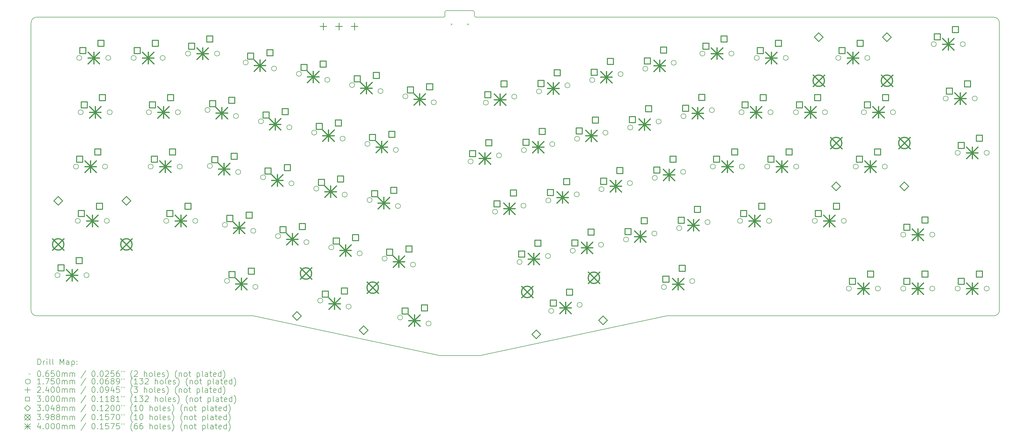
<source format=gbr>
%FSLAX45Y45*%
G04 Gerber Fmt 4.5, Leading zero omitted, Abs format (unit mm)*
G04 Created by KiCad (PCBNEW (5.99.0-10444-g64d35ecebc)) date 2021-06-19 10:51:50*
%MOMM*%
%LPD*%
G01*
G04 APERTURE LIST*
%TA.AperFunction,Profile*%
%ADD10C,0.150000*%
%TD*%
%ADD11C,0.200000*%
%ADD12C,0.065000*%
%ADD13C,0.175000*%
%ADD14C,0.240000*%
%ADD15C,0.300000*%
%ADD16C,0.304800*%
%ADD17C,0.398780*%
%ADD18C,0.400000*%
G04 APERTURE END LIST*
D10*
X36249995Y-2443251D02*
G75*
G02*
X36449995Y-2643251I0J-200000D01*
G01*
X2741250Y-12920750D02*
G75*
G02*
X2541250Y-12720750I0J200000D01*
G01*
X2541250Y-2643251D02*
X2541250Y-12720750D01*
X24811000Y-12920750D02*
X36249995Y-12920750D01*
X2741250Y-12920750D02*
X10312670Y-12920750D01*
X16860000Y-14312523D02*
X18263000Y-14312523D01*
X10312670Y-12920750D02*
X16860000Y-14312523D01*
X2741250Y-2443251D02*
G75*
G03*
X2541250Y-2643251I0J-200000D01*
G01*
X18263000Y-14312523D02*
X24811000Y-12920750D01*
X36449995Y-2643251D02*
X36449995Y-12720750D01*
X17037500Y-2397279D02*
X17037500Y-2261081D01*
X17037500Y-2261081D02*
G75*
G02*
X17088091Y-2214880I50591J-4599D01*
G01*
X36249995Y-12920750D02*
G75*
G03*
X36449995Y-12720750I0J200000D01*
G01*
X18117207Y-2443281D02*
X36249995Y-2443251D01*
X17037500Y-2397279D02*
G75*
G02*
X16986909Y-2443480I-50591J4599D01*
G01*
X18018799Y-2215000D02*
G75*
G02*
X18065000Y-2265591I-4599J-50591D01*
G01*
X16986909Y-2443480D02*
X2741250Y-2443251D01*
X18117207Y-2443281D02*
G75*
G02*
X18065000Y-2392500I-1407J50781D01*
G01*
X18018799Y-2215000D02*
X17088091Y-2214880D01*
X18065000Y-2392500D02*
X18065000Y-2265591D01*
D11*
D12*
X17228500Y-2661500D02*
X17293500Y-2726500D01*
X17293500Y-2661500D02*
X17228500Y-2726500D01*
X17806500Y-2661500D02*
X17871500Y-2726500D01*
X17871500Y-2661500D02*
X17806500Y-2726500D01*
D13*
X3554600Y-11493500D02*
G75*
G03*
X3554600Y-11493500I-87500J0D01*
G01*
X4202300Y-7683500D02*
G75*
G03*
X4202300Y-7683500I-87500J0D01*
G01*
X4265800Y-9588500D02*
G75*
G03*
X4265800Y-9588500I-87500J0D01*
G01*
X4316600Y-3873500D02*
G75*
G03*
X4316600Y-3873500I-87500J0D01*
G01*
X4367400Y-5778500D02*
G75*
G03*
X4367400Y-5778500I-87500J0D01*
G01*
X4570600Y-11493500D02*
G75*
G03*
X4570600Y-11493500I-87500J0D01*
G01*
X5218300Y-7683500D02*
G75*
G03*
X5218300Y-7683500I-87500J0D01*
G01*
X5281800Y-9588500D02*
G75*
G03*
X5281800Y-9588500I-87500J0D01*
G01*
X5332600Y-3873500D02*
G75*
G03*
X5332600Y-3873500I-87500J0D01*
G01*
X5383400Y-5778500D02*
G75*
G03*
X5383400Y-5778500I-87500J0D01*
G01*
X6221600Y-3873500D02*
G75*
G03*
X6221600Y-3873500I-87500J0D01*
G01*
X6755000Y-5778500D02*
G75*
G03*
X6755000Y-5778500I-87500J0D01*
G01*
X6818500Y-7683500D02*
G75*
G03*
X6818500Y-7683500I-87500J0D01*
G01*
X7237600Y-3873500D02*
G75*
G03*
X7237600Y-3873500I-87500J0D01*
G01*
X7364600Y-9588500D02*
G75*
G03*
X7364600Y-9588500I-87500J0D01*
G01*
X7771000Y-5778500D02*
G75*
G03*
X7771000Y-5778500I-87500J0D01*
G01*
X7834500Y-7683500D02*
G75*
G03*
X7834500Y-7683500I-87500J0D01*
G01*
X8126600Y-3721100D02*
G75*
G03*
X8126600Y-3721100I-87500J0D01*
G01*
X8380600Y-9588500D02*
G75*
G03*
X8380600Y-9588500I-87500J0D01*
G01*
X8809773Y-5700766D02*
G75*
G03*
X8809773Y-5700766I-87500J0D01*
G01*
X8889762Y-7664072D02*
G75*
G03*
X8889762Y-7664072I-87500J0D01*
G01*
X9142600Y-3721100D02*
G75*
G03*
X9142600Y-3721100I-87500J0D01*
G01*
X9416849Y-9726743D02*
G75*
G03*
X9416849Y-9726743I-87500J0D01*
G01*
X9491950Y-11692776D02*
G75*
G03*
X9491950Y-11692776I-87500J0D01*
G01*
X9803571Y-5912004D02*
G75*
G03*
X9803571Y-5912004I-87500J0D01*
G01*
X9883560Y-7875311D02*
G75*
G03*
X9883560Y-7875311I-87500J0D01*
G01*
X10144301Y-4034581D02*
G75*
G03*
X10144301Y-4034581I-87500J0D01*
G01*
X10410647Y-9937981D02*
G75*
G03*
X10410647Y-9937981I-87500J0D01*
G01*
X10485748Y-11904015D02*
G75*
G03*
X10485748Y-11904015I-87500J0D01*
G01*
X10679579Y-6095898D02*
G75*
G03*
X10679579Y-6095898I-87500J0D01*
G01*
X10754200Y-8061458D02*
G75*
G03*
X10754200Y-8061458I-87500J0D01*
G01*
X11138099Y-4245819D02*
G75*
G03*
X11138099Y-4245819I-87500J0D01*
G01*
X11278277Y-10123705D02*
G75*
G03*
X11278277Y-10123705I-87500J0D01*
G01*
X11673377Y-6307136D02*
G75*
G03*
X11673377Y-6307136I-87500J0D01*
G01*
X11747998Y-8272696D02*
G75*
G03*
X11747998Y-8272696I-87500J0D01*
G01*
X12009735Y-4430374D02*
G75*
G03*
X12009735Y-4430374I-87500J0D01*
G01*
X12272075Y-10334943D02*
G75*
G03*
X12272075Y-10334943I-87500J0D01*
G01*
X12544179Y-6493131D02*
G75*
G03*
X12544179Y-6493131I-87500J0D01*
G01*
X12618684Y-8458196D02*
G75*
G03*
X12618684Y-8458196I-87500J0D01*
G01*
X12756155Y-12384777D02*
G75*
G03*
X12756155Y-12384777I-87500J0D01*
G01*
X13003533Y-4641613D02*
G75*
G03*
X13003533Y-4641613I-87500J0D01*
G01*
X13142388Y-10517984D02*
G75*
G03*
X13142388Y-10517984I-87500J0D01*
G01*
X13537977Y-6704369D02*
G75*
G03*
X13537977Y-6704369I-87500J0D01*
G01*
X13612482Y-8669434D02*
G75*
G03*
X13612482Y-8669434I-87500J0D01*
G01*
X13749953Y-12596015D02*
G75*
G03*
X13749953Y-12596015I-87500J0D01*
G01*
X13871901Y-4825307D02*
G75*
G03*
X13871901Y-4825307I-87500J0D01*
G01*
X14136186Y-10729223D02*
G75*
G03*
X14136186Y-10729223I-87500J0D01*
G01*
X14408662Y-6889869D02*
G75*
G03*
X14408662Y-6889869I-87500J0D01*
G01*
X14483167Y-8856797D02*
G75*
G03*
X14483167Y-8856797I-87500J0D01*
G01*
X14865699Y-5036545D02*
G75*
G03*
X14865699Y-5036545I-87500J0D01*
G01*
X15009181Y-10912264D02*
G75*
G03*
X15009181Y-10912264I-87500J0D01*
G01*
X15402460Y-7101108D02*
G75*
G03*
X15402460Y-7101108I-87500J0D01*
G01*
X15476965Y-9068035D02*
G75*
G03*
X15476965Y-9068035I-87500J0D01*
G01*
X15553662Y-12977538D02*
G75*
G03*
X15553662Y-12977538I-87500J0D01*
G01*
X15736894Y-5220844D02*
G75*
G03*
X15736894Y-5220844I-87500J0D01*
G01*
X16002979Y-11123502D02*
G75*
G03*
X16002979Y-11123502I-87500J0D01*
G01*
X16547460Y-13188776D02*
G75*
G03*
X16547460Y-13188776I-87500J0D01*
G01*
X16730692Y-5432082D02*
G75*
G03*
X16730692Y-5432082I-87500J0D01*
G01*
X18021487Y-7503726D02*
G75*
G03*
X18021487Y-7503726I-87500J0D01*
G01*
X18555156Y-5442317D02*
G75*
G03*
X18555156Y-5442317I-87500J0D01*
G01*
X18878203Y-9267483D02*
G75*
G03*
X18878203Y-9267483I-87500J0D01*
G01*
X19015285Y-7292488D02*
G75*
G03*
X19015285Y-7292488I-87500J0D01*
G01*
X19548954Y-5231079D02*
G75*
G03*
X19548954Y-5231079I-87500J0D01*
G01*
X19734722Y-11031197D02*
G75*
G03*
X19734722Y-11031197I-87500J0D01*
G01*
X19872001Y-9056245D02*
G75*
G03*
X19872001Y-9056245I-87500J0D01*
G01*
X19886947Y-7106947D02*
G75*
G03*
X19886947Y-7106947I-87500J0D01*
G01*
X20417939Y-5046780D02*
G75*
G03*
X20417939Y-5046780I-87500J0D01*
G01*
X20728520Y-10819959D02*
G75*
G03*
X20728520Y-10819959I-87500J0D01*
G01*
X20742689Y-8870321D02*
G75*
G03*
X20742689Y-8870321I-87500J0D01*
G01*
X20845168Y-12746166D02*
G75*
G03*
X20845168Y-12746166I-87500J0D01*
G01*
X20880745Y-6895709D02*
G75*
G03*
X20880745Y-6895709I-87500J0D01*
G01*
X21411737Y-4835541D02*
G75*
G03*
X21411737Y-4835541I-87500J0D01*
G01*
X21596955Y-10636119D02*
G75*
G03*
X21596955Y-10636119I-87500J0D01*
G01*
X21736487Y-8659083D02*
G75*
G03*
X21736487Y-8659083I-87500J0D01*
G01*
X21749304Y-6708585D02*
G75*
G03*
X21749304Y-6708585I-87500J0D01*
G01*
X21838966Y-12534928D02*
G75*
G03*
X21838966Y-12534928I-87500J0D01*
G01*
X22278511Y-4651242D02*
G75*
G03*
X22278511Y-4651242I-87500J0D01*
G01*
X22590752Y-10424881D02*
G75*
G03*
X22590752Y-10424881I-87500J0D01*
G01*
X22604145Y-8475756D02*
G75*
G03*
X22604145Y-8475756I-87500J0D01*
G01*
X22743102Y-6497347D02*
G75*
G03*
X22743102Y-6497347I-87500J0D01*
G01*
X23272309Y-4440004D02*
G75*
G03*
X23272309Y-4440004I-87500J0D01*
G01*
X23462479Y-10242126D02*
G75*
G03*
X23462479Y-10242126I-87500J0D01*
G01*
X23597943Y-8264518D02*
G75*
G03*
X23597943Y-8264518I-87500J0D01*
G01*
X23611895Y-6314896D02*
G75*
G03*
X23611895Y-6314896I-87500J0D01*
G01*
X24138457Y-4254123D02*
G75*
G03*
X24138457Y-4254123I-87500J0D01*
G01*
X24456277Y-10030888D02*
G75*
G03*
X24456277Y-10030888I-87500J0D01*
G01*
X24469901Y-8081219D02*
G75*
G03*
X24469901Y-8081219I-87500J0D01*
G01*
X24605693Y-6103657D02*
G75*
G03*
X24605693Y-6103657I-87500J0D01*
G01*
X24788168Y-11910897D02*
G75*
G03*
X24788168Y-11910897I-87500J0D01*
G01*
X25132255Y-4042885D02*
G75*
G03*
X25132255Y-4042885I-87500J0D01*
G01*
X25324687Y-9844993D02*
G75*
G03*
X25324687Y-9844993I-87500J0D01*
G01*
X25463699Y-7869981D02*
G75*
G03*
X25463699Y-7869981I-87500J0D01*
G01*
X25474677Y-5917148D02*
G75*
G03*
X25474677Y-5917148I-87500J0D01*
G01*
X25781966Y-11699659D02*
G75*
G03*
X25781966Y-11699659I-87500J0D01*
G01*
X26137827Y-3720880D02*
G75*
G03*
X26137827Y-3720880I-87500J0D01*
G01*
X26318485Y-9633755D02*
G75*
G03*
X26318485Y-9633755I-87500J0D01*
G01*
X26468475Y-5705910D02*
G75*
G03*
X26468475Y-5705910I-87500J0D01*
G01*
X26503500Y-7683500D02*
G75*
G03*
X26503500Y-7683500I-87500J0D01*
G01*
X27153827Y-3720880D02*
G75*
G03*
X27153827Y-3720880I-87500J0D01*
G01*
X27456000Y-9588500D02*
G75*
G03*
X27456000Y-9588500I-87500J0D01*
G01*
X27506800Y-5778500D02*
G75*
G03*
X27506800Y-5778500I-87500J0D01*
G01*
X27519500Y-7683500D02*
G75*
G03*
X27519500Y-7683500I-87500J0D01*
G01*
X28040200Y-3873500D02*
G75*
G03*
X28040200Y-3873500I-87500J0D01*
G01*
X28408500Y-7683500D02*
G75*
G03*
X28408500Y-7683500I-87500J0D01*
G01*
X28472000Y-9588500D02*
G75*
G03*
X28472000Y-9588500I-87500J0D01*
G01*
X28522800Y-5778500D02*
G75*
G03*
X28522800Y-5778500I-87500J0D01*
G01*
X29056200Y-3873500D02*
G75*
G03*
X29056200Y-3873500I-87500J0D01*
G01*
X29411800Y-5778500D02*
G75*
G03*
X29411800Y-5778500I-87500J0D01*
G01*
X29424500Y-7683500D02*
G75*
G03*
X29424500Y-7683500I-87500J0D01*
G01*
X30072200Y-9588500D02*
G75*
G03*
X30072200Y-9588500I-87500J0D01*
G01*
X30427800Y-5778500D02*
G75*
G03*
X30427800Y-5778500I-87500J0D01*
G01*
X30897700Y-3873500D02*
G75*
G03*
X30897700Y-3873500I-87500J0D01*
G01*
X31088200Y-9588500D02*
G75*
G03*
X31088200Y-9588500I-87500J0D01*
G01*
X31266000Y-11963400D02*
G75*
G03*
X31266000Y-11963400I-87500J0D01*
G01*
X31507300Y-7683500D02*
G75*
G03*
X31507300Y-7683500I-87500J0D01*
G01*
X31793188Y-5777662D02*
G75*
G03*
X31793188Y-5777662I-87500J0D01*
G01*
X31913700Y-3873500D02*
G75*
G03*
X31913700Y-3873500I-87500J0D01*
G01*
X32282000Y-11963400D02*
G75*
G03*
X32282000Y-11963400I-87500J0D01*
G01*
X32523300Y-7683500D02*
G75*
G03*
X32523300Y-7683500I-87500J0D01*
G01*
X32809188Y-5777662D02*
G75*
G03*
X32809188Y-5777662I-87500J0D01*
G01*
X33171000Y-10071100D02*
G75*
G03*
X33171000Y-10071100I-87500J0D01*
G01*
X33171000Y-11963400D02*
G75*
G03*
X33171000Y-11963400I-87500J0D01*
G01*
X34187000Y-10071100D02*
G75*
G03*
X34187000Y-10071100I-87500J0D01*
G01*
X34187000Y-11963400D02*
G75*
G03*
X34187000Y-11963400I-87500J0D01*
G01*
X34237800Y-3390900D02*
G75*
G03*
X34237800Y-3390900I-87500J0D01*
G01*
X34656900Y-5295900D02*
G75*
G03*
X34656900Y-5295900I-87500J0D01*
G01*
X35076000Y-7200900D02*
G75*
G03*
X35076000Y-7200900I-87500J0D01*
G01*
X35076000Y-11963400D02*
G75*
G03*
X35076000Y-11963400I-87500J0D01*
G01*
X35253800Y-3390900D02*
G75*
G03*
X35253800Y-3390900I-87500J0D01*
G01*
X35672900Y-5295900D02*
G75*
G03*
X35672900Y-5295900I-87500J0D01*
G01*
X36092000Y-7200900D02*
G75*
G03*
X36092000Y-7200900I-87500J0D01*
G01*
X36092000Y-11963400D02*
G75*
G03*
X36092000Y-11963400I-87500J0D01*
G01*
D14*
X12776200Y-2648600D02*
X12776200Y-2888600D01*
X12656200Y-2768600D02*
X12896200Y-2768600D01*
X13322300Y-2648600D02*
X13322300Y-2888600D01*
X13202300Y-2768600D02*
X13442300Y-2768600D01*
X13868400Y-2648600D02*
X13868400Y-2888600D01*
X13748400Y-2768600D02*
X13988400Y-2768600D01*
D15*
X3700167Y-11345567D02*
X3700167Y-11133433D01*
X3488033Y-11133433D01*
X3488033Y-11345567D01*
X3700167Y-11345567D01*
X4335167Y-11091567D02*
X4335167Y-10879433D01*
X4123033Y-10879433D01*
X4123033Y-11091567D01*
X4335167Y-11091567D01*
X4347867Y-7535567D02*
X4347867Y-7323433D01*
X4135733Y-7323433D01*
X4135733Y-7535567D01*
X4347867Y-7535567D01*
X4411367Y-9440567D02*
X4411367Y-9228433D01*
X4199233Y-9228433D01*
X4199233Y-9440567D01*
X4411367Y-9440567D01*
X4462167Y-3725567D02*
X4462167Y-3513433D01*
X4250033Y-3513433D01*
X4250033Y-3725567D01*
X4462167Y-3725567D01*
X4512967Y-5630567D02*
X4512967Y-5418433D01*
X4300833Y-5418433D01*
X4300833Y-5630567D01*
X4512967Y-5630567D01*
X4982867Y-7281567D02*
X4982867Y-7069433D01*
X4770733Y-7069433D01*
X4770733Y-7281567D01*
X4982867Y-7281567D01*
X5046367Y-9186567D02*
X5046367Y-8974433D01*
X4834233Y-8974433D01*
X4834233Y-9186567D01*
X5046367Y-9186567D01*
X5097167Y-3471567D02*
X5097167Y-3259433D01*
X4885033Y-3259433D01*
X4885033Y-3471567D01*
X5097167Y-3471567D01*
X5147967Y-5376567D02*
X5147967Y-5164433D01*
X4935833Y-5164433D01*
X4935833Y-5376567D01*
X5147967Y-5376567D01*
X6367167Y-3725567D02*
X6367167Y-3513433D01*
X6155033Y-3513433D01*
X6155033Y-3725567D01*
X6367167Y-3725567D01*
X6900567Y-5630567D02*
X6900567Y-5418433D01*
X6688433Y-5418433D01*
X6688433Y-5630567D01*
X6900567Y-5630567D01*
X6964067Y-7535567D02*
X6964067Y-7323433D01*
X6751933Y-7323433D01*
X6751933Y-7535567D01*
X6964067Y-7535567D01*
X7002167Y-3471567D02*
X7002167Y-3259433D01*
X6790033Y-3259433D01*
X6790033Y-3471567D01*
X7002167Y-3471567D01*
X7510167Y-9440567D02*
X7510167Y-9228433D01*
X7298033Y-9228433D01*
X7298033Y-9440567D01*
X7510167Y-9440567D01*
X7535567Y-5376567D02*
X7535567Y-5164433D01*
X7323433Y-5164433D01*
X7323433Y-5376567D01*
X7535567Y-5376567D01*
X7599067Y-7281567D02*
X7599067Y-7069433D01*
X7386933Y-7069433D01*
X7386933Y-7281567D01*
X7599067Y-7281567D01*
X8145167Y-9186567D02*
X8145167Y-8974433D01*
X7933033Y-8974433D01*
X7933033Y-9186567D01*
X8145167Y-9186567D01*
X8272167Y-3573167D02*
X8272167Y-3361033D01*
X8060033Y-3361033D01*
X8060033Y-3573167D01*
X8272167Y-3573167D01*
X8907167Y-3319167D02*
X8907167Y-3107033D01*
X8695033Y-3107033D01*
X8695033Y-3319167D01*
X8907167Y-3319167D01*
X9005374Y-5584788D02*
X9005374Y-5372654D01*
X8793240Y-5372654D01*
X8793240Y-5584788D01*
X9005374Y-5584788D01*
X9085363Y-7548095D02*
X9085363Y-7335961D01*
X8873229Y-7335961D01*
X8873229Y-7548095D01*
X9085363Y-7548095D01*
X9612450Y-9610765D02*
X9612450Y-9398631D01*
X9400316Y-9398631D01*
X9400316Y-9610765D01*
X9612450Y-9610765D01*
X9679308Y-5468363D02*
X9679308Y-5256229D01*
X9467174Y-5256229D01*
X9467174Y-5468363D01*
X9679308Y-5468363D01*
X9687551Y-11576799D02*
X9687551Y-11364665D01*
X9475417Y-11364665D01*
X9475417Y-11576799D01*
X9687551Y-11576799D01*
X9759296Y-7431669D02*
X9759296Y-7219535D01*
X9547162Y-7219535D01*
X9547162Y-7431669D01*
X9759296Y-7431669D01*
X10286383Y-9494340D02*
X10286383Y-9282206D01*
X10074249Y-9282206D01*
X10074249Y-9494340D01*
X10286383Y-9494340D01*
X10339902Y-3918603D02*
X10339902Y-3706469D01*
X10127768Y-3706469D01*
X10127768Y-3918603D01*
X10339902Y-3918603D01*
X10361484Y-11460373D02*
X10361484Y-11248239D01*
X10149350Y-11248239D01*
X10149350Y-11460373D01*
X10361484Y-11460373D01*
X10875180Y-5979920D02*
X10875180Y-5767786D01*
X10663046Y-5767786D01*
X10663046Y-5979920D01*
X10875180Y-5979920D01*
X10949802Y-7945480D02*
X10949802Y-7733346D01*
X10737668Y-7733346D01*
X10737668Y-7945480D01*
X10949802Y-7945480D01*
X11013836Y-3802178D02*
X11013836Y-3590044D01*
X10801702Y-3590044D01*
X10801702Y-3802178D01*
X11013836Y-3802178D01*
X11473879Y-10007727D02*
X11473879Y-9795593D01*
X11261745Y-9795593D01*
X11261745Y-10007727D01*
X11473879Y-10007727D01*
X11549113Y-5863495D02*
X11549113Y-5651361D01*
X11336979Y-5651361D01*
X11336979Y-5863495D01*
X11549113Y-5863495D01*
X11623735Y-7829055D02*
X11623735Y-7616921D01*
X11411601Y-7616921D01*
X11411601Y-7829055D01*
X11623735Y-7829055D01*
X12147812Y-9891302D02*
X12147812Y-9679168D01*
X11935678Y-9679168D01*
X11935678Y-9891302D01*
X12147812Y-9891302D01*
X12205337Y-4314397D02*
X12205337Y-4102263D01*
X11993203Y-4102263D01*
X11993203Y-4314397D01*
X12205337Y-4314397D01*
X12739780Y-6377154D02*
X12739780Y-6165020D01*
X12527646Y-6165020D01*
X12527646Y-6377154D01*
X12739780Y-6377154D01*
X12814285Y-8342218D02*
X12814285Y-8130084D01*
X12602151Y-8130084D01*
X12602151Y-8342218D01*
X12814285Y-8342218D01*
X12879270Y-4197971D02*
X12879270Y-3985837D01*
X12667136Y-3985837D01*
X12667136Y-4197971D01*
X12879270Y-4197971D01*
X12951756Y-12268800D02*
X12951756Y-12056666D01*
X12739622Y-12056666D01*
X12739622Y-12268800D01*
X12951756Y-12268800D01*
X13337989Y-10402007D02*
X13337989Y-10189873D01*
X13125855Y-10189873D01*
X13125855Y-10402007D01*
X13337989Y-10402007D01*
X13413713Y-6260728D02*
X13413713Y-6048594D01*
X13201579Y-6048594D01*
X13201579Y-6260728D01*
X13413713Y-6260728D01*
X13488218Y-8225793D02*
X13488218Y-8013659D01*
X13276084Y-8013659D01*
X13276084Y-8225793D01*
X13488218Y-8225793D01*
X13625690Y-12152374D02*
X13625690Y-11940240D01*
X13413556Y-11940240D01*
X13413556Y-12152374D01*
X13625690Y-12152374D01*
X14011923Y-10285581D02*
X14011923Y-10073447D01*
X13799789Y-10073447D01*
X13799789Y-10285581D01*
X14011923Y-10285581D01*
X14067503Y-4709329D02*
X14067503Y-4497195D01*
X13855369Y-4497195D01*
X13855369Y-4709329D01*
X14067503Y-4709329D01*
X14604263Y-6773892D02*
X14604263Y-6561758D01*
X14392129Y-6561758D01*
X14392129Y-6773892D01*
X14604263Y-6773892D01*
X14678768Y-8740819D02*
X14678768Y-8528685D01*
X14466634Y-8528685D01*
X14466634Y-8740819D01*
X14678768Y-8740819D01*
X14741436Y-4592903D02*
X14741436Y-4380769D01*
X14529302Y-4380769D01*
X14529302Y-4592903D01*
X14741436Y-4592903D01*
X15204782Y-10796286D02*
X15204782Y-10584152D01*
X14992648Y-10584152D01*
X14992648Y-10796286D01*
X15204782Y-10796286D01*
X15278197Y-6657466D02*
X15278197Y-6445332D01*
X15066063Y-6445332D01*
X15066063Y-6657466D01*
X15278197Y-6657466D01*
X15352702Y-8624394D02*
X15352702Y-8412260D01*
X15140568Y-8412260D01*
X15140568Y-8624394D01*
X15352702Y-8624394D01*
X15749264Y-12861560D02*
X15749264Y-12649426D01*
X15537130Y-12649426D01*
X15537130Y-12861560D01*
X15749264Y-12861560D01*
X15878716Y-10679861D02*
X15878716Y-10467727D01*
X15666582Y-10467727D01*
X15666582Y-10679861D01*
X15878716Y-10679861D01*
X15932495Y-5104866D02*
X15932495Y-4892732D01*
X15720361Y-4892732D01*
X15720361Y-5104866D01*
X15932495Y-5104866D01*
X16423197Y-12745134D02*
X16423197Y-12533000D01*
X16211063Y-12533000D01*
X16211063Y-12745134D01*
X16423197Y-12745134D01*
X16606428Y-4988441D02*
X16606428Y-4776307D01*
X16394294Y-4776307D01*
X16394294Y-4988441D01*
X16606428Y-4988441D01*
X18111469Y-7334939D02*
X18111469Y-7122805D01*
X17899335Y-7122805D01*
X17899335Y-7334939D01*
X18111469Y-7334939D01*
X18645138Y-5273530D02*
X18645138Y-5061396D01*
X18433004Y-5061396D01*
X18433004Y-5273530D01*
X18645138Y-5273530D01*
X18679784Y-6954465D02*
X18679784Y-6742331D01*
X18467650Y-6742331D01*
X18467650Y-6954465D01*
X18679784Y-6954465D01*
X18968185Y-9098696D02*
X18968185Y-8886562D01*
X18756051Y-8886562D01*
X18756051Y-9098696D01*
X18968185Y-9098696D01*
X19213453Y-4893056D02*
X19213453Y-4680922D01*
X19001319Y-4680922D01*
X19001319Y-4893056D01*
X19213453Y-4893056D01*
X19536499Y-8718222D02*
X19536499Y-8506088D01*
X19324365Y-8506088D01*
X19324365Y-8718222D01*
X19536499Y-8718222D01*
X19824704Y-10862410D02*
X19824704Y-10650276D01*
X19612570Y-10650276D01*
X19612570Y-10862410D01*
X19824704Y-10862410D01*
X19976929Y-6938160D02*
X19976929Y-6726026D01*
X19764795Y-6726026D01*
X19764795Y-6938160D01*
X19976929Y-6938160D01*
X20393019Y-10481937D02*
X20393019Y-10269803D01*
X20180885Y-10269803D01*
X20180885Y-10481937D01*
X20393019Y-10481937D01*
X20507921Y-4877992D02*
X20507921Y-4665858D01*
X20295787Y-4665858D01*
X20295787Y-4877992D01*
X20507921Y-4877992D01*
X20545243Y-6557686D02*
X20545243Y-6345552D01*
X20333109Y-6345552D01*
X20333109Y-6557686D01*
X20545243Y-6557686D01*
X20832671Y-8701534D02*
X20832671Y-8489400D01*
X20620537Y-8489400D01*
X20620537Y-8701534D01*
X20832671Y-8701534D01*
X20935150Y-12577379D02*
X20935150Y-12365245D01*
X20723016Y-12365245D01*
X20723016Y-12577379D01*
X20935150Y-12577379D01*
X21076235Y-4497519D02*
X21076235Y-4285385D01*
X20864101Y-4285385D01*
X20864101Y-4497519D01*
X21076235Y-4497519D01*
X21400985Y-8321061D02*
X21400985Y-8108927D01*
X21188851Y-8108927D01*
X21188851Y-8321061D01*
X21400985Y-8321061D01*
X21503464Y-12196905D02*
X21503464Y-11984771D01*
X21291330Y-11984771D01*
X21291330Y-12196905D01*
X21503464Y-12196905D01*
X21686937Y-10467332D02*
X21686937Y-10255198D01*
X21474803Y-10255198D01*
X21474803Y-10467332D01*
X21686937Y-10467332D01*
X21839287Y-6539798D02*
X21839287Y-6327664D01*
X21627153Y-6327664D01*
X21627153Y-6539798D01*
X21839287Y-6539798D01*
X22255251Y-10086859D02*
X22255251Y-9874725D01*
X22043117Y-9874725D01*
X22043117Y-10086859D01*
X22255251Y-10086859D01*
X22368493Y-4482455D02*
X22368493Y-4270321D01*
X22156359Y-4270321D01*
X22156359Y-4482455D01*
X22368493Y-4482455D01*
X22407601Y-6159324D02*
X22407601Y-5947190D01*
X22195467Y-5947190D01*
X22195467Y-6159324D01*
X22407601Y-6159324D01*
X22694128Y-8306969D02*
X22694128Y-8094835D01*
X22481994Y-8094835D01*
X22481994Y-8306969D01*
X22694128Y-8306969D01*
X22936808Y-4101981D02*
X22936808Y-3889847D01*
X22724674Y-3889847D01*
X22724674Y-4101981D01*
X22936808Y-4101981D01*
X23262442Y-7926496D02*
X23262442Y-7714362D01*
X23050308Y-7714362D01*
X23050308Y-7926496D01*
X23262442Y-7926496D01*
X23552462Y-10073339D02*
X23552462Y-9861205D01*
X23340328Y-9861205D01*
X23340328Y-10073339D01*
X23552462Y-10073339D01*
X23701877Y-6146108D02*
X23701877Y-5933974D01*
X23489743Y-5933974D01*
X23489743Y-6146108D01*
X23701877Y-6146108D01*
X24120776Y-9692865D02*
X24120776Y-9480731D01*
X23908642Y-9480731D01*
X23908642Y-9692865D01*
X24120776Y-9692865D01*
X24228439Y-4085336D02*
X24228439Y-3873202D01*
X24016305Y-3873202D01*
X24016305Y-4085336D01*
X24228439Y-4085336D01*
X24270191Y-5765635D02*
X24270191Y-5553501D01*
X24058057Y-5553501D01*
X24058057Y-5765635D01*
X24270191Y-5765635D01*
X24559883Y-7912432D02*
X24559883Y-7700298D01*
X24347749Y-7700298D01*
X24347749Y-7912432D01*
X24559883Y-7912432D01*
X24796753Y-3704862D02*
X24796753Y-3492728D01*
X24584619Y-3492728D01*
X24584619Y-3704862D01*
X24796753Y-3704862D01*
X24878150Y-11742110D02*
X24878150Y-11529976D01*
X24666016Y-11529976D01*
X24666016Y-11742110D01*
X24878150Y-11742110D01*
X25128197Y-7531958D02*
X25128197Y-7319824D01*
X24916063Y-7319824D01*
X24916063Y-7531958D01*
X25128197Y-7531958D01*
X25414669Y-9676206D02*
X25414669Y-9464072D01*
X25202535Y-9464072D01*
X25202535Y-9676206D01*
X25414669Y-9676206D01*
X25446464Y-11361636D02*
X25446464Y-11149503D01*
X25234330Y-11149503D01*
X25234330Y-11361636D01*
X25446464Y-11361636D01*
X25564659Y-5748361D02*
X25564659Y-5536227D01*
X25352525Y-5536227D01*
X25352525Y-5748361D01*
X25564659Y-5748361D01*
X25982984Y-9295733D02*
X25982984Y-9083599D01*
X25770850Y-9083599D01*
X25770850Y-9295733D01*
X25982984Y-9295733D01*
X26132973Y-5367888D02*
X26132973Y-5155754D01*
X25920839Y-5155754D01*
X25920839Y-5367888D01*
X26132973Y-5367888D01*
X26283394Y-3572947D02*
X26283394Y-3360813D01*
X26071260Y-3360813D01*
X26071260Y-3572947D01*
X26283394Y-3572947D01*
X26649067Y-7535567D02*
X26649067Y-7323433D01*
X26436933Y-7323433D01*
X26436933Y-7535567D01*
X26649067Y-7535567D01*
X26918394Y-3318947D02*
X26918394Y-3106813D01*
X26706260Y-3106813D01*
X26706260Y-3318947D01*
X26918394Y-3318947D01*
X27284067Y-7281567D02*
X27284067Y-7069433D01*
X27071933Y-7069433D01*
X27071933Y-7281567D01*
X27284067Y-7281567D01*
X27601567Y-9440567D02*
X27601567Y-9228433D01*
X27389433Y-9228433D01*
X27389433Y-9440567D01*
X27601567Y-9440567D01*
X27652367Y-5630567D02*
X27652367Y-5418433D01*
X27440233Y-5418433D01*
X27440233Y-5630567D01*
X27652367Y-5630567D01*
X28185767Y-3725567D02*
X28185767Y-3513433D01*
X27973633Y-3513433D01*
X27973633Y-3725567D01*
X28185767Y-3725567D01*
X28236567Y-9186567D02*
X28236567Y-8974433D01*
X28024433Y-8974433D01*
X28024433Y-9186567D01*
X28236567Y-9186567D01*
X28287367Y-5376567D02*
X28287367Y-5164433D01*
X28075233Y-5164433D01*
X28075233Y-5376567D01*
X28287367Y-5376567D01*
X28554067Y-7535567D02*
X28554067Y-7323433D01*
X28341933Y-7323433D01*
X28341933Y-7535567D01*
X28554067Y-7535567D01*
X28820767Y-3471567D02*
X28820767Y-3259433D01*
X28608633Y-3259433D01*
X28608633Y-3471567D01*
X28820767Y-3471567D01*
X29189067Y-7281567D02*
X29189067Y-7069433D01*
X28976933Y-7069433D01*
X28976933Y-7281567D01*
X29189067Y-7281567D01*
X29557367Y-5630567D02*
X29557367Y-5418433D01*
X29345233Y-5418433D01*
X29345233Y-5630567D01*
X29557367Y-5630567D01*
X30192367Y-5376567D02*
X30192367Y-5164433D01*
X29980233Y-5164433D01*
X29980233Y-5376567D01*
X30192367Y-5376567D01*
X30217767Y-9440567D02*
X30217767Y-9228433D01*
X30005633Y-9228433D01*
X30005633Y-9440567D01*
X30217767Y-9440567D01*
X30852767Y-9186567D02*
X30852767Y-8974433D01*
X30640633Y-8974433D01*
X30640633Y-9186567D01*
X30852767Y-9186567D01*
X31043267Y-3725567D02*
X31043267Y-3513433D01*
X30831133Y-3513433D01*
X30831133Y-3725567D01*
X31043267Y-3725567D01*
X31411567Y-11815467D02*
X31411567Y-11603333D01*
X31199433Y-11603333D01*
X31199433Y-11815467D01*
X31411567Y-11815467D01*
X31652867Y-7535567D02*
X31652867Y-7323433D01*
X31440733Y-7323433D01*
X31440733Y-7535567D01*
X31652867Y-7535567D01*
X31678267Y-3471567D02*
X31678267Y-3259433D01*
X31466133Y-3259433D01*
X31466133Y-3471567D01*
X31678267Y-3471567D01*
X31938755Y-5629729D02*
X31938755Y-5417596D01*
X31726621Y-5417596D01*
X31726621Y-5629729D01*
X31938755Y-5629729D01*
X32046567Y-11561467D02*
X32046567Y-11349333D01*
X31834433Y-11349333D01*
X31834433Y-11561467D01*
X32046567Y-11561467D01*
X32287867Y-7281567D02*
X32287867Y-7069433D01*
X32075733Y-7069433D01*
X32075733Y-7281567D01*
X32287867Y-7281567D01*
X32573755Y-5375730D02*
X32573755Y-5163596D01*
X32361621Y-5163596D01*
X32361621Y-5375730D01*
X32573755Y-5375730D01*
X33316567Y-9923167D02*
X33316567Y-9711033D01*
X33104433Y-9711033D01*
X33104433Y-9923167D01*
X33316567Y-9923167D01*
X33316567Y-11815467D02*
X33316567Y-11603333D01*
X33104433Y-11603333D01*
X33104433Y-11815467D01*
X33316567Y-11815467D01*
X33951567Y-9669167D02*
X33951567Y-9457033D01*
X33739433Y-9457033D01*
X33739433Y-9669167D01*
X33951567Y-9669167D01*
X33951567Y-11561467D02*
X33951567Y-11349333D01*
X33739433Y-11349333D01*
X33739433Y-11561467D01*
X33951567Y-11561467D01*
X34383367Y-3242967D02*
X34383367Y-3030833D01*
X34171233Y-3030833D01*
X34171233Y-3242967D01*
X34383367Y-3242967D01*
X34802467Y-5147967D02*
X34802467Y-4935833D01*
X34590333Y-4935833D01*
X34590333Y-5147967D01*
X34802467Y-5147967D01*
X35018367Y-2988967D02*
X35018367Y-2776833D01*
X34806233Y-2776833D01*
X34806233Y-2988967D01*
X35018367Y-2988967D01*
X35221567Y-7052967D02*
X35221567Y-6840833D01*
X35009433Y-6840833D01*
X35009433Y-7052967D01*
X35221567Y-7052967D01*
X35221567Y-11815467D02*
X35221567Y-11603333D01*
X35009433Y-11603333D01*
X35009433Y-11815467D01*
X35221567Y-11815467D01*
X35437467Y-4893967D02*
X35437467Y-4681833D01*
X35225333Y-4681833D01*
X35225333Y-4893967D01*
X35437467Y-4893967D01*
X35856567Y-6798967D02*
X35856567Y-6586833D01*
X35644433Y-6586833D01*
X35644433Y-6798967D01*
X35856567Y-6798967D01*
X35856567Y-11561467D02*
X35856567Y-11349333D01*
X35644433Y-11349333D01*
X35644433Y-11561467D01*
X35856567Y-11561467D01*
D16*
X3492500Y-9042400D02*
X3644900Y-8890000D01*
X3492500Y-8737600D01*
X3340100Y-8890000D01*
X3492500Y-9042400D01*
X5880100Y-9042400D02*
X6032500Y-8890000D01*
X5880100Y-8737600D01*
X5727700Y-8890000D01*
X5880100Y-9042400D01*
X11852615Y-13077827D02*
X12005015Y-12925427D01*
X11852615Y-12773027D01*
X11700215Y-12925427D01*
X11852615Y-13077827D01*
X14188040Y-13574237D02*
X14340440Y-13421837D01*
X14188040Y-13269437D01*
X14035640Y-13421837D01*
X14188040Y-13574237D01*
X20232081Y-13724388D02*
X20384481Y-13571988D01*
X20232081Y-13419588D01*
X20079681Y-13571988D01*
X20232081Y-13724388D01*
X22567506Y-13227978D02*
X22719906Y-13075578D01*
X22567506Y-12923178D01*
X22415106Y-13075578D01*
X22567506Y-13227978D01*
X30124400Y-3302000D02*
X30276800Y-3149600D01*
X30124400Y-2997200D01*
X29972000Y-3149600D01*
X30124400Y-3302000D01*
X30734000Y-8534400D02*
X30886400Y-8382000D01*
X30734000Y-8229600D01*
X30581600Y-8382000D01*
X30734000Y-8534400D01*
X32512000Y-3302000D02*
X32664400Y-3149600D01*
X32512000Y-2997200D01*
X32359600Y-3149600D01*
X32512000Y-3302000D01*
X33121600Y-8534400D02*
X33274000Y-8382000D01*
X33121600Y-8229600D01*
X32969200Y-8382000D01*
X33121600Y-8534400D01*
D17*
X3293110Y-10214610D02*
X3691890Y-10613390D01*
X3691890Y-10214610D02*
X3293110Y-10613390D01*
X3691890Y-10414000D02*
G75*
G03*
X3691890Y-10414000I-199390J0D01*
G01*
X5680710Y-10214610D02*
X6079490Y-10613390D01*
X6079490Y-10214610D02*
X5680710Y-10613390D01*
X6079490Y-10414000D02*
G75*
G03*
X6079490Y-10414000I-199390J0D01*
G01*
X11970083Y-11235341D02*
X12368863Y-11634121D01*
X12368863Y-11235341D02*
X11970083Y-11634121D01*
X12368863Y-11434731D02*
G75*
G03*
X12368863Y-11434731I-199390J0D01*
G01*
X14305508Y-11731750D02*
X14704288Y-12130530D01*
X14704288Y-11731750D02*
X14305508Y-12130530D01*
X14704288Y-11931140D02*
G75*
G03*
X14704288Y-11931140I-199390J0D01*
G01*
X19715833Y-11881901D02*
X20114613Y-12280681D01*
X20114613Y-11881901D02*
X19715833Y-12280681D01*
X20114613Y-12081291D02*
G75*
G03*
X20114613Y-12081291I-199390J0D01*
G01*
X22051259Y-11385491D02*
X22450038Y-11784271D01*
X22450038Y-11385491D02*
X22051259Y-11784271D01*
X22450038Y-11584881D02*
G75*
G03*
X22450038Y-11584881I-199390J0D01*
G01*
X29925010Y-4474210D02*
X30323790Y-4872990D01*
X30323790Y-4474210D02*
X29925010Y-4872990D01*
X30323790Y-4673600D02*
G75*
G03*
X30323790Y-4673600I-199390J0D01*
G01*
X30534610Y-6658610D02*
X30933390Y-7057390D01*
X30933390Y-6658610D02*
X30534610Y-7057390D01*
X30933390Y-6858000D02*
G75*
G03*
X30933390Y-6858000I-199390J0D01*
G01*
X32312610Y-4474210D02*
X32711390Y-4872990D01*
X32711390Y-4474210D02*
X32312610Y-4872990D01*
X32711390Y-4673600D02*
G75*
G03*
X32711390Y-4673600I-199390J0D01*
G01*
X32922210Y-6658610D02*
X33320990Y-7057390D01*
X33320990Y-6658610D02*
X32922210Y-7057390D01*
X33320990Y-6858000D02*
G75*
G03*
X33320990Y-6858000I-199390J0D01*
G01*
D18*
X3775100Y-11293500D02*
X4175100Y-11693500D01*
X4175100Y-11293500D02*
X3775100Y-11693500D01*
X3975100Y-11293500D02*
X3975100Y-11693500D01*
X3775100Y-11493500D02*
X4175100Y-11493500D01*
X4422800Y-7483500D02*
X4822800Y-7883500D01*
X4822800Y-7483500D02*
X4422800Y-7883500D01*
X4622800Y-7483500D02*
X4622800Y-7883500D01*
X4422800Y-7683500D02*
X4822800Y-7683500D01*
X4486300Y-9388500D02*
X4886300Y-9788500D01*
X4886300Y-9388500D02*
X4486300Y-9788500D01*
X4686300Y-9388500D02*
X4686300Y-9788500D01*
X4486300Y-9588500D02*
X4886300Y-9588500D01*
X4537100Y-3673500D02*
X4937100Y-4073500D01*
X4937100Y-3673500D02*
X4537100Y-4073500D01*
X4737100Y-3673500D02*
X4737100Y-4073500D01*
X4537100Y-3873500D02*
X4937100Y-3873500D01*
X4587900Y-5578500D02*
X4987900Y-5978500D01*
X4987900Y-5578500D02*
X4587900Y-5978500D01*
X4787900Y-5578500D02*
X4787900Y-5978500D01*
X4587900Y-5778500D02*
X4987900Y-5778500D01*
X6442100Y-3673500D02*
X6842100Y-4073500D01*
X6842100Y-3673500D02*
X6442100Y-4073500D01*
X6642100Y-3673500D02*
X6642100Y-4073500D01*
X6442100Y-3873500D02*
X6842100Y-3873500D01*
X6975500Y-5578500D02*
X7375500Y-5978500D01*
X7375500Y-5578500D02*
X6975500Y-5978500D01*
X7175500Y-5578500D02*
X7175500Y-5978500D01*
X6975500Y-5778500D02*
X7375500Y-5778500D01*
X7039000Y-7483500D02*
X7439000Y-7883500D01*
X7439000Y-7483500D02*
X7039000Y-7883500D01*
X7239000Y-7483500D02*
X7239000Y-7883500D01*
X7039000Y-7683500D02*
X7439000Y-7683500D01*
X7585100Y-9388500D02*
X7985100Y-9788500D01*
X7985100Y-9388500D02*
X7585100Y-9788500D01*
X7785100Y-9388500D02*
X7785100Y-9788500D01*
X7585100Y-9588500D02*
X7985100Y-9588500D01*
X8347100Y-3521100D02*
X8747100Y-3921100D01*
X8747100Y-3521100D02*
X8347100Y-3921100D01*
X8547100Y-3521100D02*
X8547100Y-3921100D01*
X8347100Y-3721100D02*
X8747100Y-3721100D01*
X9019172Y-5606385D02*
X9419172Y-6006385D01*
X9419172Y-5606385D02*
X9019172Y-6006385D01*
X9219172Y-5606385D02*
X9219172Y-6006385D01*
X9019172Y-5806385D02*
X9419172Y-5806385D01*
X9099161Y-7569692D02*
X9499161Y-7969692D01*
X9499161Y-7569692D02*
X9099161Y-7969692D01*
X9299161Y-7569692D02*
X9299161Y-7969692D01*
X9099161Y-7769692D02*
X9499161Y-7769692D01*
X9626248Y-9632362D02*
X10026248Y-10032362D01*
X10026248Y-9632362D02*
X9626248Y-10032362D01*
X9826248Y-9632362D02*
X9826248Y-10032362D01*
X9626248Y-9832362D02*
X10026248Y-9832362D01*
X9701349Y-11598396D02*
X10101349Y-11998396D01*
X10101349Y-11598396D02*
X9701349Y-11998396D01*
X9901349Y-11598396D02*
X9901349Y-11998396D01*
X9701349Y-11798396D02*
X10101349Y-11798396D01*
X10353700Y-3940200D02*
X10753700Y-4340200D01*
X10753700Y-3940200D02*
X10353700Y-4340200D01*
X10553700Y-3940200D02*
X10553700Y-4340200D01*
X10353700Y-4140200D02*
X10753700Y-4140200D01*
X10888978Y-6001517D02*
X11288978Y-6401517D01*
X11288978Y-6001517D02*
X10888978Y-6401517D01*
X11088978Y-6001517D02*
X11088978Y-6401517D01*
X10888978Y-6201517D02*
X11288978Y-6201517D01*
X10963599Y-7967077D02*
X11363599Y-8367077D01*
X11363599Y-7967077D02*
X10963599Y-8367077D01*
X11163599Y-7967077D02*
X11163599Y-8367077D01*
X10963599Y-8167077D02*
X11363599Y-8167077D01*
X11487676Y-10029324D02*
X11887676Y-10429324D01*
X11887676Y-10029324D02*
X11487676Y-10429324D01*
X11687676Y-10029324D02*
X11687676Y-10429324D01*
X11487676Y-10229324D02*
X11887676Y-10229324D01*
X12219134Y-4335993D02*
X12619134Y-4735993D01*
X12619134Y-4335993D02*
X12219134Y-4735993D01*
X12419134Y-4335993D02*
X12419134Y-4735993D01*
X12219134Y-4535993D02*
X12619134Y-4535993D01*
X12753578Y-6398750D02*
X13153578Y-6798750D01*
X13153578Y-6398750D02*
X12753578Y-6798750D01*
X12953578Y-6398750D02*
X12953578Y-6798750D01*
X12753578Y-6598750D02*
X13153578Y-6598750D01*
X12828083Y-8363815D02*
X13228083Y-8763815D01*
X13228083Y-8363815D02*
X12828083Y-8763815D01*
X13028083Y-8363815D02*
X13028083Y-8763815D01*
X12828083Y-8563815D02*
X13228083Y-8563815D01*
X12965554Y-12290396D02*
X13365554Y-12690396D01*
X13365554Y-12290396D02*
X12965554Y-12690396D01*
X13165554Y-12290396D02*
X13165554Y-12690396D01*
X12965554Y-12490396D02*
X13365554Y-12490396D01*
X13351787Y-10423604D02*
X13751787Y-10823604D01*
X13751787Y-10423604D02*
X13351787Y-10823604D01*
X13551787Y-10423604D02*
X13551787Y-10823604D01*
X13351787Y-10623604D02*
X13751787Y-10623604D01*
X14081300Y-4730926D02*
X14481300Y-5130926D01*
X14481300Y-4730926D02*
X14081300Y-5130926D01*
X14281300Y-4730926D02*
X14281300Y-5130926D01*
X14081300Y-4930926D02*
X14481300Y-4930926D01*
X14618061Y-6795489D02*
X15018061Y-7195489D01*
X15018061Y-6795489D02*
X14618061Y-7195489D01*
X14818061Y-6795489D02*
X14818061Y-7195489D01*
X14618061Y-6995489D02*
X15018061Y-6995489D01*
X14692566Y-8762416D02*
X15092566Y-9162416D01*
X15092566Y-8762416D02*
X14692566Y-9162416D01*
X14892566Y-8762416D02*
X14892566Y-9162416D01*
X14692566Y-8962416D02*
X15092566Y-8962416D01*
X15218580Y-10817883D02*
X15618580Y-11217883D01*
X15618580Y-10817883D02*
X15218580Y-11217883D01*
X15418580Y-10817883D02*
X15418580Y-11217883D01*
X15218580Y-11017883D02*
X15618580Y-11017883D01*
X15763061Y-12883157D02*
X16163061Y-13283157D01*
X16163061Y-12883157D02*
X15763061Y-13283157D01*
X15963061Y-12883157D02*
X15963061Y-13283157D01*
X15763061Y-13083157D02*
X16163061Y-13083157D01*
X15946293Y-5126463D02*
X16346293Y-5526463D01*
X16346293Y-5126463D02*
X15946293Y-5526463D01*
X16146293Y-5126463D02*
X16146293Y-5526463D01*
X15946293Y-5326463D02*
X16346293Y-5326463D01*
X18230886Y-7198107D02*
X18630886Y-7598107D01*
X18630886Y-7198107D02*
X18230886Y-7598107D01*
X18430886Y-7198107D02*
X18430886Y-7598107D01*
X18230886Y-7398107D02*
X18630886Y-7398107D01*
X18764555Y-5136698D02*
X19164555Y-5536698D01*
X19164555Y-5136698D02*
X18764555Y-5536698D01*
X18964555Y-5136698D02*
X18964555Y-5536698D01*
X18764555Y-5336698D02*
X19164555Y-5336698D01*
X19087602Y-8961864D02*
X19487602Y-9361864D01*
X19487602Y-8961864D02*
X19087602Y-9361864D01*
X19287602Y-8961864D02*
X19287602Y-9361864D01*
X19087602Y-9161864D02*
X19487602Y-9161864D01*
X19944121Y-10725578D02*
X20344121Y-11125578D01*
X20344121Y-10725578D02*
X19944121Y-11125578D01*
X20144121Y-10725578D02*
X20144121Y-11125578D01*
X19944121Y-10925578D02*
X20344121Y-10925578D01*
X20096346Y-6801328D02*
X20496346Y-7201328D01*
X20496346Y-6801328D02*
X20096346Y-7201328D01*
X20296346Y-6801328D02*
X20296346Y-7201328D01*
X20096346Y-7001328D02*
X20496346Y-7001328D01*
X20627338Y-4741160D02*
X21027338Y-5141160D01*
X21027338Y-4741160D02*
X20627338Y-5141160D01*
X20827338Y-4741160D02*
X20827338Y-5141160D01*
X20627338Y-4941160D02*
X21027338Y-4941160D01*
X20952088Y-8564702D02*
X21352088Y-8964702D01*
X21352088Y-8564702D02*
X20952088Y-8964702D01*
X21152088Y-8564702D02*
X21152088Y-8964702D01*
X20952088Y-8764702D02*
X21352088Y-8764702D01*
X21054567Y-12440547D02*
X21454567Y-12840547D01*
X21454567Y-12440547D02*
X21054567Y-12840547D01*
X21254567Y-12440547D02*
X21254567Y-12840547D01*
X21054567Y-12640547D02*
X21454567Y-12640547D01*
X21806354Y-10330500D02*
X22206354Y-10730500D01*
X22206354Y-10330500D02*
X21806354Y-10730500D01*
X22006354Y-10330500D02*
X22006354Y-10730500D01*
X21806354Y-10530500D02*
X22206354Y-10530500D01*
X21958703Y-6402966D02*
X22358703Y-6802966D01*
X22358703Y-6402966D02*
X21958703Y-6802966D01*
X22158703Y-6402966D02*
X22158703Y-6802966D01*
X21958703Y-6602966D02*
X22358703Y-6602966D01*
X22487910Y-4345623D02*
X22887910Y-4745623D01*
X22887910Y-4345623D02*
X22487910Y-4745623D01*
X22687910Y-4345623D02*
X22687910Y-4745623D01*
X22487910Y-4545623D02*
X22887910Y-4545623D01*
X22813544Y-8170137D02*
X23213544Y-8570137D01*
X23213544Y-8170137D02*
X22813544Y-8570137D01*
X23013544Y-8170137D02*
X23013544Y-8570137D01*
X22813544Y-8370137D02*
X23213544Y-8370137D01*
X23671878Y-9936507D02*
X24071878Y-10336507D01*
X24071878Y-9936507D02*
X23671878Y-10336507D01*
X23871878Y-9936507D02*
X23871878Y-10336507D01*
X23671878Y-10136507D02*
X24071878Y-10136507D01*
X23821294Y-6009276D02*
X24221294Y-6409276D01*
X24221294Y-6009276D02*
X23821294Y-6409276D01*
X24021294Y-6009276D02*
X24021294Y-6409276D01*
X23821294Y-6209276D02*
X24221294Y-6209276D01*
X24347856Y-3948504D02*
X24747856Y-4348504D01*
X24747856Y-3948504D02*
X24347856Y-4348504D01*
X24547856Y-3948504D02*
X24547856Y-4348504D01*
X24347856Y-4148504D02*
X24747856Y-4148504D01*
X24679300Y-7775600D02*
X25079300Y-8175600D01*
X25079300Y-7775600D02*
X24679300Y-8175600D01*
X24879300Y-7775600D02*
X24879300Y-8175600D01*
X24679300Y-7975600D02*
X25079300Y-7975600D01*
X24997567Y-11605278D02*
X25397567Y-12005278D01*
X25397567Y-11605278D02*
X24997567Y-12005278D01*
X25197567Y-11605278D02*
X25197567Y-12005278D01*
X24997567Y-11805278D02*
X25397567Y-11805278D01*
X25534086Y-9539374D02*
X25934086Y-9939374D01*
X25934086Y-9539374D02*
X25534086Y-9939374D01*
X25734086Y-9539374D02*
X25734086Y-9939374D01*
X25534086Y-9739374D02*
X25934086Y-9739374D01*
X25684076Y-5611529D02*
X26084076Y-6011529D01*
X26084076Y-5611529D02*
X25684076Y-6011529D01*
X25884076Y-5611529D02*
X25884076Y-6011529D01*
X25684076Y-5811529D02*
X26084076Y-5811529D01*
X26358327Y-3520880D02*
X26758327Y-3920880D01*
X26758327Y-3520880D02*
X26358327Y-3920880D01*
X26558327Y-3520880D02*
X26558327Y-3920880D01*
X26358327Y-3720880D02*
X26758327Y-3720880D01*
X26724000Y-7483500D02*
X27124000Y-7883500D01*
X27124000Y-7483500D02*
X26724000Y-7883500D01*
X26924000Y-7483500D02*
X26924000Y-7883500D01*
X26724000Y-7683500D02*
X27124000Y-7683500D01*
X27676500Y-9388500D02*
X28076500Y-9788500D01*
X28076500Y-9388500D02*
X27676500Y-9788500D01*
X27876500Y-9388500D02*
X27876500Y-9788500D01*
X27676500Y-9588500D02*
X28076500Y-9588500D01*
X27727300Y-5578500D02*
X28127300Y-5978500D01*
X28127300Y-5578500D02*
X27727300Y-5978500D01*
X27927300Y-5578500D02*
X27927300Y-5978500D01*
X27727300Y-5778500D02*
X28127300Y-5778500D01*
X28260700Y-3673500D02*
X28660700Y-4073500D01*
X28660700Y-3673500D02*
X28260700Y-4073500D01*
X28460700Y-3673500D02*
X28460700Y-4073500D01*
X28260700Y-3873500D02*
X28660700Y-3873500D01*
X28629000Y-7483500D02*
X29029000Y-7883500D01*
X29029000Y-7483500D02*
X28629000Y-7883500D01*
X28829000Y-7483500D02*
X28829000Y-7883500D01*
X28629000Y-7683500D02*
X29029000Y-7683500D01*
X29632300Y-5578500D02*
X30032300Y-5978500D01*
X30032300Y-5578500D02*
X29632300Y-5978500D01*
X29832300Y-5578500D02*
X29832300Y-5978500D01*
X29632300Y-5778500D02*
X30032300Y-5778500D01*
X30292700Y-9388500D02*
X30692700Y-9788500D01*
X30692700Y-9388500D02*
X30292700Y-9788500D01*
X30492700Y-9388500D02*
X30492700Y-9788500D01*
X30292700Y-9588500D02*
X30692700Y-9588500D01*
X31118200Y-3673500D02*
X31518200Y-4073500D01*
X31518200Y-3673500D02*
X31118200Y-4073500D01*
X31318200Y-3673500D02*
X31318200Y-4073500D01*
X31118200Y-3873500D02*
X31518200Y-3873500D01*
X31486500Y-11763400D02*
X31886500Y-12163400D01*
X31886500Y-11763400D02*
X31486500Y-12163400D01*
X31686500Y-11763400D02*
X31686500Y-12163400D01*
X31486500Y-11963400D02*
X31886500Y-11963400D01*
X31727800Y-7483500D02*
X32127800Y-7883500D01*
X32127800Y-7483500D02*
X31727800Y-7883500D01*
X31927800Y-7483500D02*
X31927800Y-7883500D01*
X31727800Y-7683500D02*
X32127800Y-7683500D01*
X32013688Y-5577663D02*
X32413688Y-5977662D01*
X32413688Y-5577663D02*
X32013688Y-5977662D01*
X32213688Y-5577663D02*
X32213688Y-5977662D01*
X32013688Y-5777662D02*
X32413688Y-5777662D01*
X33391500Y-9871100D02*
X33791500Y-10271100D01*
X33791500Y-9871100D02*
X33391500Y-10271100D01*
X33591500Y-9871100D02*
X33591500Y-10271100D01*
X33391500Y-10071100D02*
X33791500Y-10071100D01*
X33391500Y-11763400D02*
X33791500Y-12163400D01*
X33791500Y-11763400D02*
X33391500Y-12163400D01*
X33591500Y-11763400D02*
X33591500Y-12163400D01*
X33391500Y-11963400D02*
X33791500Y-11963400D01*
X34458300Y-3190900D02*
X34858300Y-3590900D01*
X34858300Y-3190900D02*
X34458300Y-3590900D01*
X34658300Y-3190900D02*
X34658300Y-3590900D01*
X34458300Y-3390900D02*
X34858300Y-3390900D01*
X34877400Y-5095900D02*
X35277400Y-5495900D01*
X35277400Y-5095900D02*
X34877400Y-5495900D01*
X35077400Y-5095900D02*
X35077400Y-5495900D01*
X34877400Y-5295900D02*
X35277400Y-5295900D01*
X35296500Y-7000900D02*
X35696500Y-7400900D01*
X35696500Y-7000900D02*
X35296500Y-7400900D01*
X35496500Y-7000900D02*
X35496500Y-7400900D01*
X35296500Y-7200900D02*
X35696500Y-7200900D01*
X35296500Y-11763400D02*
X35696500Y-12163400D01*
X35696500Y-11763400D02*
X35296500Y-12163400D01*
X35496500Y-11763400D02*
X35496500Y-12163400D01*
X35296500Y-11963400D02*
X35696500Y-11963400D01*
D11*
X2776369Y-14630499D02*
X2776369Y-14430499D01*
X2823988Y-14430499D01*
X2852559Y-14440023D01*
X2871607Y-14459071D01*
X2881131Y-14478118D01*
X2890655Y-14516214D01*
X2890655Y-14544785D01*
X2881131Y-14582880D01*
X2871607Y-14601928D01*
X2852559Y-14620975D01*
X2823988Y-14630499D01*
X2776369Y-14630499D01*
X2976369Y-14630499D02*
X2976369Y-14497166D01*
X2976369Y-14535261D02*
X2985893Y-14516214D01*
X2995417Y-14506690D01*
X3014464Y-14497166D01*
X3033512Y-14497166D01*
X3100178Y-14630499D02*
X3100178Y-14497166D01*
X3100178Y-14430499D02*
X3090655Y-14440023D01*
X3100178Y-14449547D01*
X3109702Y-14440023D01*
X3100178Y-14430499D01*
X3100178Y-14449547D01*
X3223988Y-14630499D02*
X3204940Y-14620975D01*
X3195417Y-14601928D01*
X3195417Y-14430499D01*
X3328750Y-14630499D02*
X3309702Y-14620975D01*
X3300178Y-14601928D01*
X3300178Y-14430499D01*
X3557321Y-14630499D02*
X3557321Y-14430499D01*
X3623988Y-14573356D01*
X3690655Y-14430499D01*
X3690655Y-14630499D01*
X3871607Y-14630499D02*
X3871607Y-14525737D01*
X3862083Y-14506690D01*
X3843036Y-14497166D01*
X3804940Y-14497166D01*
X3785893Y-14506690D01*
X3871607Y-14620975D02*
X3852559Y-14630499D01*
X3804940Y-14630499D01*
X3785893Y-14620975D01*
X3776369Y-14601928D01*
X3776369Y-14582880D01*
X3785893Y-14563833D01*
X3804940Y-14554309D01*
X3852559Y-14554309D01*
X3871607Y-14544785D01*
X3966845Y-14497166D02*
X3966845Y-14697166D01*
X3966845Y-14506690D02*
X3985893Y-14497166D01*
X4023988Y-14497166D01*
X4043036Y-14506690D01*
X4052559Y-14516214D01*
X4062083Y-14535261D01*
X4062083Y-14592404D01*
X4052559Y-14611452D01*
X4043036Y-14620975D01*
X4023988Y-14630499D01*
X3985893Y-14630499D01*
X3966845Y-14620975D01*
X4147798Y-14611452D02*
X4157321Y-14620975D01*
X4147798Y-14630499D01*
X4138274Y-14620975D01*
X4147798Y-14611452D01*
X4147798Y-14630499D01*
X4147798Y-14506690D02*
X4157321Y-14516214D01*
X4147798Y-14525737D01*
X4138274Y-14516214D01*
X4147798Y-14506690D01*
X4147798Y-14525737D01*
D12*
X2453750Y-14927523D02*
X2518750Y-14992523D01*
X2518750Y-14927523D02*
X2453750Y-14992523D01*
D11*
X2814464Y-14850499D02*
X2833512Y-14850499D01*
X2852559Y-14860023D01*
X2862083Y-14869547D01*
X2871607Y-14888595D01*
X2881131Y-14926690D01*
X2881131Y-14974309D01*
X2871607Y-15012404D01*
X2862083Y-15031452D01*
X2852559Y-15040975D01*
X2833512Y-15050499D01*
X2814464Y-15050499D01*
X2795417Y-15040975D01*
X2785893Y-15031452D01*
X2776369Y-15012404D01*
X2766845Y-14974309D01*
X2766845Y-14926690D01*
X2776369Y-14888595D01*
X2785893Y-14869547D01*
X2795417Y-14860023D01*
X2814464Y-14850499D01*
X2966845Y-15031452D02*
X2976369Y-15040975D01*
X2966845Y-15050499D01*
X2957321Y-15040975D01*
X2966845Y-15031452D01*
X2966845Y-15050499D01*
X3147798Y-14850499D02*
X3109702Y-14850499D01*
X3090655Y-14860023D01*
X3081131Y-14869547D01*
X3062083Y-14898118D01*
X3052559Y-14936214D01*
X3052559Y-15012404D01*
X3062083Y-15031452D01*
X3071607Y-15040975D01*
X3090655Y-15050499D01*
X3128750Y-15050499D01*
X3147798Y-15040975D01*
X3157321Y-15031452D01*
X3166845Y-15012404D01*
X3166845Y-14964785D01*
X3157321Y-14945737D01*
X3147798Y-14936214D01*
X3128750Y-14926690D01*
X3090655Y-14926690D01*
X3071607Y-14936214D01*
X3062083Y-14945737D01*
X3052559Y-14964785D01*
X3347798Y-14850499D02*
X3252559Y-14850499D01*
X3243036Y-14945737D01*
X3252559Y-14936214D01*
X3271607Y-14926690D01*
X3319226Y-14926690D01*
X3338274Y-14936214D01*
X3347798Y-14945737D01*
X3357321Y-14964785D01*
X3357321Y-15012404D01*
X3347798Y-15031452D01*
X3338274Y-15040975D01*
X3319226Y-15050499D01*
X3271607Y-15050499D01*
X3252559Y-15040975D01*
X3243036Y-15031452D01*
X3481131Y-14850499D02*
X3500178Y-14850499D01*
X3519226Y-14860023D01*
X3528750Y-14869547D01*
X3538274Y-14888595D01*
X3547798Y-14926690D01*
X3547798Y-14974309D01*
X3538274Y-15012404D01*
X3528750Y-15031452D01*
X3519226Y-15040975D01*
X3500178Y-15050499D01*
X3481131Y-15050499D01*
X3462083Y-15040975D01*
X3452559Y-15031452D01*
X3443036Y-15012404D01*
X3433512Y-14974309D01*
X3433512Y-14926690D01*
X3443036Y-14888595D01*
X3452559Y-14869547D01*
X3462083Y-14860023D01*
X3481131Y-14850499D01*
X3633512Y-15050499D02*
X3633512Y-14917166D01*
X3633512Y-14936214D02*
X3643036Y-14926690D01*
X3662083Y-14917166D01*
X3690655Y-14917166D01*
X3709702Y-14926690D01*
X3719226Y-14945737D01*
X3719226Y-15050499D01*
X3719226Y-14945737D02*
X3728750Y-14926690D01*
X3747798Y-14917166D01*
X3776369Y-14917166D01*
X3795417Y-14926690D01*
X3804940Y-14945737D01*
X3804940Y-15050499D01*
X3900178Y-15050499D02*
X3900178Y-14917166D01*
X3900178Y-14936214D02*
X3909702Y-14926690D01*
X3928750Y-14917166D01*
X3957321Y-14917166D01*
X3976369Y-14926690D01*
X3985893Y-14945737D01*
X3985893Y-15050499D01*
X3985893Y-14945737D02*
X3995417Y-14926690D01*
X4014464Y-14917166D01*
X4043036Y-14917166D01*
X4062083Y-14926690D01*
X4071607Y-14945737D01*
X4071607Y-15050499D01*
X4462083Y-14840975D02*
X4290655Y-15098118D01*
X4719226Y-14850499D02*
X4738274Y-14850499D01*
X4757321Y-14860023D01*
X4766845Y-14869547D01*
X4776369Y-14888595D01*
X4785893Y-14926690D01*
X4785893Y-14974309D01*
X4776369Y-15012404D01*
X4766845Y-15031452D01*
X4757321Y-15040975D01*
X4738274Y-15050499D01*
X4719226Y-15050499D01*
X4700179Y-15040975D01*
X4690655Y-15031452D01*
X4681131Y-15012404D01*
X4671607Y-14974309D01*
X4671607Y-14926690D01*
X4681131Y-14888595D01*
X4690655Y-14869547D01*
X4700179Y-14860023D01*
X4719226Y-14850499D01*
X4871607Y-15031452D02*
X4881131Y-15040975D01*
X4871607Y-15050499D01*
X4862083Y-15040975D01*
X4871607Y-15031452D01*
X4871607Y-15050499D01*
X5004940Y-14850499D02*
X5023988Y-14850499D01*
X5043036Y-14860023D01*
X5052560Y-14869547D01*
X5062083Y-14888595D01*
X5071607Y-14926690D01*
X5071607Y-14974309D01*
X5062083Y-15012404D01*
X5052560Y-15031452D01*
X5043036Y-15040975D01*
X5023988Y-15050499D01*
X5004940Y-15050499D01*
X4985893Y-15040975D01*
X4976369Y-15031452D01*
X4966845Y-15012404D01*
X4957321Y-14974309D01*
X4957321Y-14926690D01*
X4966845Y-14888595D01*
X4976369Y-14869547D01*
X4985893Y-14860023D01*
X5004940Y-14850499D01*
X5147798Y-14869547D02*
X5157321Y-14860023D01*
X5176369Y-14850499D01*
X5223988Y-14850499D01*
X5243036Y-14860023D01*
X5252560Y-14869547D01*
X5262083Y-14888595D01*
X5262083Y-14907642D01*
X5252560Y-14936214D01*
X5138274Y-15050499D01*
X5262083Y-15050499D01*
X5443036Y-14850499D02*
X5347798Y-14850499D01*
X5338274Y-14945737D01*
X5347798Y-14936214D01*
X5366845Y-14926690D01*
X5414464Y-14926690D01*
X5433512Y-14936214D01*
X5443036Y-14945737D01*
X5452560Y-14964785D01*
X5452560Y-15012404D01*
X5443036Y-15031452D01*
X5433512Y-15040975D01*
X5414464Y-15050499D01*
X5366845Y-15050499D01*
X5347798Y-15040975D01*
X5338274Y-15031452D01*
X5623988Y-14850499D02*
X5585893Y-14850499D01*
X5566845Y-14860023D01*
X5557321Y-14869547D01*
X5538274Y-14898118D01*
X5528750Y-14936214D01*
X5528750Y-15012404D01*
X5538274Y-15031452D01*
X5547798Y-15040975D01*
X5566845Y-15050499D01*
X5604940Y-15050499D01*
X5623988Y-15040975D01*
X5633512Y-15031452D01*
X5643036Y-15012404D01*
X5643036Y-14964785D01*
X5633512Y-14945737D01*
X5623988Y-14936214D01*
X5604940Y-14926690D01*
X5566845Y-14926690D01*
X5547798Y-14936214D01*
X5538274Y-14945737D01*
X5528750Y-14964785D01*
X5719226Y-14850499D02*
X5719226Y-14888595D01*
X5795417Y-14850499D02*
X5795417Y-14888595D01*
X6090655Y-15126690D02*
X6081131Y-15117166D01*
X6062083Y-15088595D01*
X6052559Y-15069547D01*
X6043036Y-15040975D01*
X6033512Y-14993356D01*
X6033512Y-14955261D01*
X6043036Y-14907642D01*
X6052559Y-14879071D01*
X6062083Y-14860023D01*
X6081131Y-14831452D01*
X6090655Y-14821928D01*
X6157321Y-14869547D02*
X6166845Y-14860023D01*
X6185893Y-14850499D01*
X6233512Y-14850499D01*
X6252559Y-14860023D01*
X6262083Y-14869547D01*
X6271607Y-14888595D01*
X6271607Y-14907642D01*
X6262083Y-14936214D01*
X6147798Y-15050499D01*
X6271607Y-15050499D01*
X6509702Y-15050499D02*
X6509702Y-14850499D01*
X6595417Y-15050499D02*
X6595417Y-14945737D01*
X6585893Y-14926690D01*
X6566845Y-14917166D01*
X6538274Y-14917166D01*
X6519226Y-14926690D01*
X6509702Y-14936214D01*
X6719226Y-15050499D02*
X6700178Y-15040975D01*
X6690655Y-15031452D01*
X6681131Y-15012404D01*
X6681131Y-14955261D01*
X6690655Y-14936214D01*
X6700178Y-14926690D01*
X6719226Y-14917166D01*
X6747798Y-14917166D01*
X6766845Y-14926690D01*
X6776369Y-14936214D01*
X6785893Y-14955261D01*
X6785893Y-15012404D01*
X6776369Y-15031452D01*
X6766845Y-15040975D01*
X6747798Y-15050499D01*
X6719226Y-15050499D01*
X6900178Y-15050499D02*
X6881131Y-15040975D01*
X6871607Y-15021928D01*
X6871607Y-14850499D01*
X7052559Y-15040975D02*
X7033512Y-15050499D01*
X6995417Y-15050499D01*
X6976369Y-15040975D01*
X6966845Y-15021928D01*
X6966845Y-14945737D01*
X6976369Y-14926690D01*
X6995417Y-14917166D01*
X7033512Y-14917166D01*
X7052559Y-14926690D01*
X7062083Y-14945737D01*
X7062083Y-14964785D01*
X6966845Y-14983833D01*
X7138274Y-15040975D02*
X7157321Y-15050499D01*
X7195417Y-15050499D01*
X7214464Y-15040975D01*
X7223988Y-15021928D01*
X7223988Y-15012404D01*
X7214464Y-14993356D01*
X7195417Y-14983833D01*
X7166845Y-14983833D01*
X7147798Y-14974309D01*
X7138274Y-14955261D01*
X7138274Y-14945737D01*
X7147798Y-14926690D01*
X7166845Y-14917166D01*
X7195417Y-14917166D01*
X7214464Y-14926690D01*
X7290655Y-15126690D02*
X7300178Y-15117166D01*
X7319226Y-15088595D01*
X7328750Y-15069547D01*
X7338274Y-15040975D01*
X7347798Y-14993356D01*
X7347798Y-14955261D01*
X7338274Y-14907642D01*
X7328750Y-14879071D01*
X7319226Y-14860023D01*
X7300178Y-14831452D01*
X7290655Y-14821928D01*
X7652559Y-15126690D02*
X7643036Y-15117166D01*
X7623988Y-15088595D01*
X7614464Y-15069547D01*
X7604940Y-15040975D01*
X7595417Y-14993356D01*
X7595417Y-14955261D01*
X7604940Y-14907642D01*
X7614464Y-14879071D01*
X7623988Y-14860023D01*
X7643036Y-14831452D01*
X7652559Y-14821928D01*
X7728750Y-14917166D02*
X7728750Y-15050499D01*
X7728750Y-14936214D02*
X7738274Y-14926690D01*
X7757321Y-14917166D01*
X7785893Y-14917166D01*
X7804940Y-14926690D01*
X7814464Y-14945737D01*
X7814464Y-15050499D01*
X7938274Y-15050499D02*
X7919226Y-15040975D01*
X7909702Y-15031452D01*
X7900178Y-15012404D01*
X7900178Y-14955261D01*
X7909702Y-14936214D01*
X7919226Y-14926690D01*
X7938274Y-14917166D01*
X7966845Y-14917166D01*
X7985893Y-14926690D01*
X7995417Y-14936214D01*
X8004940Y-14955261D01*
X8004940Y-15012404D01*
X7995417Y-15031452D01*
X7985893Y-15040975D01*
X7966845Y-15050499D01*
X7938274Y-15050499D01*
X8062083Y-14917166D02*
X8138274Y-14917166D01*
X8090655Y-14850499D02*
X8090655Y-15021928D01*
X8100178Y-15040975D01*
X8119226Y-15050499D01*
X8138274Y-15050499D01*
X8357321Y-14917166D02*
X8357321Y-15117166D01*
X8357321Y-14926690D02*
X8376369Y-14917166D01*
X8414464Y-14917166D01*
X8433512Y-14926690D01*
X8443036Y-14936214D01*
X8452560Y-14955261D01*
X8452560Y-15012404D01*
X8443036Y-15031452D01*
X8433512Y-15040975D01*
X8414464Y-15050499D01*
X8376369Y-15050499D01*
X8357321Y-15040975D01*
X8566845Y-15050499D02*
X8547798Y-15040975D01*
X8538274Y-15021928D01*
X8538274Y-14850499D01*
X8728750Y-15050499D02*
X8728750Y-14945737D01*
X8719226Y-14926690D01*
X8700179Y-14917166D01*
X8662083Y-14917166D01*
X8643036Y-14926690D01*
X8728750Y-15040975D02*
X8709702Y-15050499D01*
X8662083Y-15050499D01*
X8643036Y-15040975D01*
X8633512Y-15021928D01*
X8633512Y-15002880D01*
X8643036Y-14983833D01*
X8662083Y-14974309D01*
X8709702Y-14974309D01*
X8728750Y-14964785D01*
X8795417Y-14917166D02*
X8871607Y-14917166D01*
X8823988Y-14850499D02*
X8823988Y-15021928D01*
X8833512Y-15040975D01*
X8852560Y-15050499D01*
X8871607Y-15050499D01*
X9014464Y-15040975D02*
X8995417Y-15050499D01*
X8957321Y-15050499D01*
X8938274Y-15040975D01*
X8928750Y-15021928D01*
X8928750Y-14945737D01*
X8938274Y-14926690D01*
X8957321Y-14917166D01*
X8995417Y-14917166D01*
X9014464Y-14926690D01*
X9023988Y-14945737D01*
X9023988Y-14964785D01*
X8928750Y-14983833D01*
X9195417Y-15050499D02*
X9195417Y-14850499D01*
X9195417Y-15040975D02*
X9176369Y-15050499D01*
X9138274Y-15050499D01*
X9119226Y-15040975D01*
X9109702Y-15031452D01*
X9100179Y-15012404D01*
X9100179Y-14955261D01*
X9109702Y-14936214D01*
X9119226Y-14926690D01*
X9138274Y-14917166D01*
X9176369Y-14917166D01*
X9195417Y-14926690D01*
X9271607Y-15126690D02*
X9281131Y-15117166D01*
X9300179Y-15088595D01*
X9309702Y-15069547D01*
X9319226Y-15040975D01*
X9328750Y-14993356D01*
X9328750Y-14955261D01*
X9319226Y-14907642D01*
X9309702Y-14879071D01*
X9300179Y-14860023D01*
X9281131Y-14831452D01*
X9271607Y-14821928D01*
D13*
X2518750Y-15224023D02*
G75*
G03*
X2518750Y-15224023I-87500J0D01*
G01*
D11*
X2881131Y-15314499D02*
X2766845Y-15314499D01*
X2823988Y-15314499D02*
X2823988Y-15114499D01*
X2804940Y-15143071D01*
X2785893Y-15162118D01*
X2766845Y-15171642D01*
X2966845Y-15295452D02*
X2976369Y-15304975D01*
X2966845Y-15314499D01*
X2957321Y-15304975D01*
X2966845Y-15295452D01*
X2966845Y-15314499D01*
X3043036Y-15114499D02*
X3176369Y-15114499D01*
X3090655Y-15314499D01*
X3347798Y-15114499D02*
X3252559Y-15114499D01*
X3243036Y-15209737D01*
X3252559Y-15200214D01*
X3271607Y-15190690D01*
X3319226Y-15190690D01*
X3338274Y-15200214D01*
X3347798Y-15209737D01*
X3357321Y-15228785D01*
X3357321Y-15276404D01*
X3347798Y-15295452D01*
X3338274Y-15304975D01*
X3319226Y-15314499D01*
X3271607Y-15314499D01*
X3252559Y-15304975D01*
X3243036Y-15295452D01*
X3481131Y-15114499D02*
X3500178Y-15114499D01*
X3519226Y-15124023D01*
X3528750Y-15133547D01*
X3538274Y-15152595D01*
X3547798Y-15190690D01*
X3547798Y-15238309D01*
X3538274Y-15276404D01*
X3528750Y-15295452D01*
X3519226Y-15304975D01*
X3500178Y-15314499D01*
X3481131Y-15314499D01*
X3462083Y-15304975D01*
X3452559Y-15295452D01*
X3443036Y-15276404D01*
X3433512Y-15238309D01*
X3433512Y-15190690D01*
X3443036Y-15152595D01*
X3452559Y-15133547D01*
X3462083Y-15124023D01*
X3481131Y-15114499D01*
X3633512Y-15314499D02*
X3633512Y-15181166D01*
X3633512Y-15200214D02*
X3643036Y-15190690D01*
X3662083Y-15181166D01*
X3690655Y-15181166D01*
X3709702Y-15190690D01*
X3719226Y-15209737D01*
X3719226Y-15314499D01*
X3719226Y-15209737D02*
X3728750Y-15190690D01*
X3747798Y-15181166D01*
X3776369Y-15181166D01*
X3795417Y-15190690D01*
X3804940Y-15209737D01*
X3804940Y-15314499D01*
X3900178Y-15314499D02*
X3900178Y-15181166D01*
X3900178Y-15200214D02*
X3909702Y-15190690D01*
X3928750Y-15181166D01*
X3957321Y-15181166D01*
X3976369Y-15190690D01*
X3985893Y-15209737D01*
X3985893Y-15314499D01*
X3985893Y-15209737D02*
X3995417Y-15190690D01*
X4014464Y-15181166D01*
X4043036Y-15181166D01*
X4062083Y-15190690D01*
X4071607Y-15209737D01*
X4071607Y-15314499D01*
X4462083Y-15104975D02*
X4290655Y-15362118D01*
X4719226Y-15114499D02*
X4738274Y-15114499D01*
X4757321Y-15124023D01*
X4766845Y-15133547D01*
X4776369Y-15152595D01*
X4785893Y-15190690D01*
X4785893Y-15238309D01*
X4776369Y-15276404D01*
X4766845Y-15295452D01*
X4757321Y-15304975D01*
X4738274Y-15314499D01*
X4719226Y-15314499D01*
X4700179Y-15304975D01*
X4690655Y-15295452D01*
X4681131Y-15276404D01*
X4671607Y-15238309D01*
X4671607Y-15190690D01*
X4681131Y-15152595D01*
X4690655Y-15133547D01*
X4700179Y-15124023D01*
X4719226Y-15114499D01*
X4871607Y-15295452D02*
X4881131Y-15304975D01*
X4871607Y-15314499D01*
X4862083Y-15304975D01*
X4871607Y-15295452D01*
X4871607Y-15314499D01*
X5004940Y-15114499D02*
X5023988Y-15114499D01*
X5043036Y-15124023D01*
X5052560Y-15133547D01*
X5062083Y-15152595D01*
X5071607Y-15190690D01*
X5071607Y-15238309D01*
X5062083Y-15276404D01*
X5052560Y-15295452D01*
X5043036Y-15304975D01*
X5023988Y-15314499D01*
X5004940Y-15314499D01*
X4985893Y-15304975D01*
X4976369Y-15295452D01*
X4966845Y-15276404D01*
X4957321Y-15238309D01*
X4957321Y-15190690D01*
X4966845Y-15152595D01*
X4976369Y-15133547D01*
X4985893Y-15124023D01*
X5004940Y-15114499D01*
X5243036Y-15114499D02*
X5204940Y-15114499D01*
X5185893Y-15124023D01*
X5176369Y-15133547D01*
X5157321Y-15162118D01*
X5147798Y-15200214D01*
X5147798Y-15276404D01*
X5157321Y-15295452D01*
X5166845Y-15304975D01*
X5185893Y-15314499D01*
X5223988Y-15314499D01*
X5243036Y-15304975D01*
X5252560Y-15295452D01*
X5262083Y-15276404D01*
X5262083Y-15228785D01*
X5252560Y-15209737D01*
X5243036Y-15200214D01*
X5223988Y-15190690D01*
X5185893Y-15190690D01*
X5166845Y-15200214D01*
X5157321Y-15209737D01*
X5147798Y-15228785D01*
X5376369Y-15200214D02*
X5357321Y-15190690D01*
X5347798Y-15181166D01*
X5338274Y-15162118D01*
X5338274Y-15152595D01*
X5347798Y-15133547D01*
X5357321Y-15124023D01*
X5376369Y-15114499D01*
X5414464Y-15114499D01*
X5433512Y-15124023D01*
X5443036Y-15133547D01*
X5452560Y-15152595D01*
X5452560Y-15162118D01*
X5443036Y-15181166D01*
X5433512Y-15190690D01*
X5414464Y-15200214D01*
X5376369Y-15200214D01*
X5357321Y-15209737D01*
X5347798Y-15219261D01*
X5338274Y-15238309D01*
X5338274Y-15276404D01*
X5347798Y-15295452D01*
X5357321Y-15304975D01*
X5376369Y-15314499D01*
X5414464Y-15314499D01*
X5433512Y-15304975D01*
X5443036Y-15295452D01*
X5452560Y-15276404D01*
X5452560Y-15238309D01*
X5443036Y-15219261D01*
X5433512Y-15209737D01*
X5414464Y-15200214D01*
X5547798Y-15314499D02*
X5585893Y-15314499D01*
X5604940Y-15304975D01*
X5614464Y-15295452D01*
X5633512Y-15266880D01*
X5643036Y-15228785D01*
X5643036Y-15152595D01*
X5633512Y-15133547D01*
X5623988Y-15124023D01*
X5604940Y-15114499D01*
X5566845Y-15114499D01*
X5547798Y-15124023D01*
X5538274Y-15133547D01*
X5528750Y-15152595D01*
X5528750Y-15200214D01*
X5538274Y-15219261D01*
X5547798Y-15228785D01*
X5566845Y-15238309D01*
X5604940Y-15238309D01*
X5623988Y-15228785D01*
X5633512Y-15219261D01*
X5643036Y-15200214D01*
X5719226Y-15114499D02*
X5719226Y-15152595D01*
X5795417Y-15114499D02*
X5795417Y-15152595D01*
X6090655Y-15390690D02*
X6081131Y-15381166D01*
X6062083Y-15352595D01*
X6052559Y-15333547D01*
X6043036Y-15304975D01*
X6033512Y-15257356D01*
X6033512Y-15219261D01*
X6043036Y-15171642D01*
X6052559Y-15143071D01*
X6062083Y-15124023D01*
X6081131Y-15095452D01*
X6090655Y-15085928D01*
X6271607Y-15314499D02*
X6157321Y-15314499D01*
X6214464Y-15314499D02*
X6214464Y-15114499D01*
X6195417Y-15143071D01*
X6176369Y-15162118D01*
X6157321Y-15171642D01*
X6338274Y-15114499D02*
X6462083Y-15114499D01*
X6395417Y-15190690D01*
X6423988Y-15190690D01*
X6443036Y-15200214D01*
X6452559Y-15209737D01*
X6462083Y-15228785D01*
X6462083Y-15276404D01*
X6452559Y-15295452D01*
X6443036Y-15304975D01*
X6423988Y-15314499D01*
X6366845Y-15314499D01*
X6347798Y-15304975D01*
X6338274Y-15295452D01*
X6538274Y-15133547D02*
X6547798Y-15124023D01*
X6566845Y-15114499D01*
X6614464Y-15114499D01*
X6633512Y-15124023D01*
X6643036Y-15133547D01*
X6652559Y-15152595D01*
X6652559Y-15171642D01*
X6643036Y-15200214D01*
X6528750Y-15314499D01*
X6652559Y-15314499D01*
X6890655Y-15314499D02*
X6890655Y-15114499D01*
X6976369Y-15314499D02*
X6976369Y-15209737D01*
X6966845Y-15190690D01*
X6947798Y-15181166D01*
X6919226Y-15181166D01*
X6900178Y-15190690D01*
X6890655Y-15200214D01*
X7100178Y-15314499D02*
X7081131Y-15304975D01*
X7071607Y-15295452D01*
X7062083Y-15276404D01*
X7062083Y-15219261D01*
X7071607Y-15200214D01*
X7081131Y-15190690D01*
X7100178Y-15181166D01*
X7128750Y-15181166D01*
X7147798Y-15190690D01*
X7157321Y-15200214D01*
X7166845Y-15219261D01*
X7166845Y-15276404D01*
X7157321Y-15295452D01*
X7147798Y-15304975D01*
X7128750Y-15314499D01*
X7100178Y-15314499D01*
X7281131Y-15314499D02*
X7262083Y-15304975D01*
X7252559Y-15285928D01*
X7252559Y-15114499D01*
X7433512Y-15304975D02*
X7414464Y-15314499D01*
X7376369Y-15314499D01*
X7357321Y-15304975D01*
X7347798Y-15285928D01*
X7347798Y-15209737D01*
X7357321Y-15190690D01*
X7376369Y-15181166D01*
X7414464Y-15181166D01*
X7433512Y-15190690D01*
X7443036Y-15209737D01*
X7443036Y-15228785D01*
X7347798Y-15247833D01*
X7519226Y-15304975D02*
X7538274Y-15314499D01*
X7576369Y-15314499D01*
X7595417Y-15304975D01*
X7604940Y-15285928D01*
X7604940Y-15276404D01*
X7595417Y-15257356D01*
X7576369Y-15247833D01*
X7547798Y-15247833D01*
X7528750Y-15238309D01*
X7519226Y-15219261D01*
X7519226Y-15209737D01*
X7528750Y-15190690D01*
X7547798Y-15181166D01*
X7576369Y-15181166D01*
X7595417Y-15190690D01*
X7671607Y-15390690D02*
X7681131Y-15381166D01*
X7700178Y-15352595D01*
X7709702Y-15333547D01*
X7719226Y-15304975D01*
X7728750Y-15257356D01*
X7728750Y-15219261D01*
X7719226Y-15171642D01*
X7709702Y-15143071D01*
X7700178Y-15124023D01*
X7681131Y-15095452D01*
X7671607Y-15085928D01*
X8033512Y-15390690D02*
X8023988Y-15381166D01*
X8004940Y-15352595D01*
X7995417Y-15333547D01*
X7985893Y-15304975D01*
X7976369Y-15257356D01*
X7976369Y-15219261D01*
X7985893Y-15171642D01*
X7995417Y-15143071D01*
X8004940Y-15124023D01*
X8023988Y-15095452D01*
X8033512Y-15085928D01*
X8109702Y-15181166D02*
X8109702Y-15314499D01*
X8109702Y-15200214D02*
X8119226Y-15190690D01*
X8138274Y-15181166D01*
X8166845Y-15181166D01*
X8185893Y-15190690D01*
X8195417Y-15209737D01*
X8195417Y-15314499D01*
X8319226Y-15314499D02*
X8300178Y-15304975D01*
X8290655Y-15295452D01*
X8281131Y-15276404D01*
X8281131Y-15219261D01*
X8290655Y-15200214D01*
X8300178Y-15190690D01*
X8319226Y-15181166D01*
X8347798Y-15181166D01*
X8366845Y-15190690D01*
X8376369Y-15200214D01*
X8385893Y-15219261D01*
X8385893Y-15276404D01*
X8376369Y-15295452D01*
X8366845Y-15304975D01*
X8347798Y-15314499D01*
X8319226Y-15314499D01*
X8443036Y-15181166D02*
X8519226Y-15181166D01*
X8471607Y-15114499D02*
X8471607Y-15285928D01*
X8481131Y-15304975D01*
X8500179Y-15314499D01*
X8519226Y-15314499D01*
X8738274Y-15181166D02*
X8738274Y-15381166D01*
X8738274Y-15190690D02*
X8757321Y-15181166D01*
X8795417Y-15181166D01*
X8814464Y-15190690D01*
X8823988Y-15200214D01*
X8833512Y-15219261D01*
X8833512Y-15276404D01*
X8823988Y-15295452D01*
X8814464Y-15304975D01*
X8795417Y-15314499D01*
X8757321Y-15314499D01*
X8738274Y-15304975D01*
X8947798Y-15314499D02*
X8928750Y-15304975D01*
X8919226Y-15285928D01*
X8919226Y-15114499D01*
X9109702Y-15314499D02*
X9109702Y-15209737D01*
X9100179Y-15190690D01*
X9081131Y-15181166D01*
X9043036Y-15181166D01*
X9023988Y-15190690D01*
X9109702Y-15304975D02*
X9090655Y-15314499D01*
X9043036Y-15314499D01*
X9023988Y-15304975D01*
X9014464Y-15285928D01*
X9014464Y-15266880D01*
X9023988Y-15247833D01*
X9043036Y-15238309D01*
X9090655Y-15238309D01*
X9109702Y-15228785D01*
X9176369Y-15181166D02*
X9252560Y-15181166D01*
X9204940Y-15114499D02*
X9204940Y-15285928D01*
X9214464Y-15304975D01*
X9233512Y-15314499D01*
X9252560Y-15314499D01*
X9395417Y-15304975D02*
X9376369Y-15314499D01*
X9338274Y-15314499D01*
X9319226Y-15304975D01*
X9309702Y-15285928D01*
X9309702Y-15209737D01*
X9319226Y-15190690D01*
X9338274Y-15181166D01*
X9376369Y-15181166D01*
X9395417Y-15190690D01*
X9404940Y-15209737D01*
X9404940Y-15228785D01*
X9309702Y-15247833D01*
X9576369Y-15314499D02*
X9576369Y-15114499D01*
X9576369Y-15304975D02*
X9557321Y-15314499D01*
X9519226Y-15314499D01*
X9500179Y-15304975D01*
X9490655Y-15295452D01*
X9481131Y-15276404D01*
X9481131Y-15219261D01*
X9490655Y-15200214D01*
X9500179Y-15190690D01*
X9519226Y-15181166D01*
X9557321Y-15181166D01*
X9576369Y-15190690D01*
X9652560Y-15390690D02*
X9662083Y-15381166D01*
X9681131Y-15352595D01*
X9690655Y-15333547D01*
X9700179Y-15304975D01*
X9709702Y-15257356D01*
X9709702Y-15219261D01*
X9700179Y-15171642D01*
X9690655Y-15143071D01*
X9681131Y-15124023D01*
X9662083Y-15095452D01*
X9652560Y-15085928D01*
X2418750Y-15419023D02*
X2418750Y-15619023D01*
X2318750Y-15519023D02*
X2518750Y-15519023D01*
X2766845Y-15428547D02*
X2776369Y-15419023D01*
X2795417Y-15409499D01*
X2843036Y-15409499D01*
X2862083Y-15419023D01*
X2871607Y-15428547D01*
X2881131Y-15447595D01*
X2881131Y-15466642D01*
X2871607Y-15495214D01*
X2757321Y-15609499D01*
X2881131Y-15609499D01*
X2966845Y-15590452D02*
X2976369Y-15599975D01*
X2966845Y-15609499D01*
X2957321Y-15599975D01*
X2966845Y-15590452D01*
X2966845Y-15609499D01*
X3147798Y-15476166D02*
X3147798Y-15609499D01*
X3100178Y-15399975D02*
X3052559Y-15542833D01*
X3176369Y-15542833D01*
X3290655Y-15409499D02*
X3309702Y-15409499D01*
X3328750Y-15419023D01*
X3338274Y-15428547D01*
X3347798Y-15447595D01*
X3357321Y-15485690D01*
X3357321Y-15533309D01*
X3347798Y-15571404D01*
X3338274Y-15590452D01*
X3328750Y-15599975D01*
X3309702Y-15609499D01*
X3290655Y-15609499D01*
X3271607Y-15599975D01*
X3262083Y-15590452D01*
X3252559Y-15571404D01*
X3243036Y-15533309D01*
X3243036Y-15485690D01*
X3252559Y-15447595D01*
X3262083Y-15428547D01*
X3271607Y-15419023D01*
X3290655Y-15409499D01*
X3481131Y-15409499D02*
X3500178Y-15409499D01*
X3519226Y-15419023D01*
X3528750Y-15428547D01*
X3538274Y-15447595D01*
X3547798Y-15485690D01*
X3547798Y-15533309D01*
X3538274Y-15571404D01*
X3528750Y-15590452D01*
X3519226Y-15599975D01*
X3500178Y-15609499D01*
X3481131Y-15609499D01*
X3462083Y-15599975D01*
X3452559Y-15590452D01*
X3443036Y-15571404D01*
X3433512Y-15533309D01*
X3433512Y-15485690D01*
X3443036Y-15447595D01*
X3452559Y-15428547D01*
X3462083Y-15419023D01*
X3481131Y-15409499D01*
X3633512Y-15609499D02*
X3633512Y-15476166D01*
X3633512Y-15495214D02*
X3643036Y-15485690D01*
X3662083Y-15476166D01*
X3690655Y-15476166D01*
X3709702Y-15485690D01*
X3719226Y-15504737D01*
X3719226Y-15609499D01*
X3719226Y-15504737D02*
X3728750Y-15485690D01*
X3747798Y-15476166D01*
X3776369Y-15476166D01*
X3795417Y-15485690D01*
X3804940Y-15504737D01*
X3804940Y-15609499D01*
X3900178Y-15609499D02*
X3900178Y-15476166D01*
X3900178Y-15495214D02*
X3909702Y-15485690D01*
X3928750Y-15476166D01*
X3957321Y-15476166D01*
X3976369Y-15485690D01*
X3985893Y-15504737D01*
X3985893Y-15609499D01*
X3985893Y-15504737D02*
X3995417Y-15485690D01*
X4014464Y-15476166D01*
X4043036Y-15476166D01*
X4062083Y-15485690D01*
X4071607Y-15504737D01*
X4071607Y-15609499D01*
X4462083Y-15399975D02*
X4290655Y-15657118D01*
X4719226Y-15409499D02*
X4738274Y-15409499D01*
X4757321Y-15419023D01*
X4766845Y-15428547D01*
X4776369Y-15447595D01*
X4785893Y-15485690D01*
X4785893Y-15533309D01*
X4776369Y-15571404D01*
X4766845Y-15590452D01*
X4757321Y-15599975D01*
X4738274Y-15609499D01*
X4719226Y-15609499D01*
X4700179Y-15599975D01*
X4690655Y-15590452D01*
X4681131Y-15571404D01*
X4671607Y-15533309D01*
X4671607Y-15485690D01*
X4681131Y-15447595D01*
X4690655Y-15428547D01*
X4700179Y-15419023D01*
X4719226Y-15409499D01*
X4871607Y-15590452D02*
X4881131Y-15599975D01*
X4871607Y-15609499D01*
X4862083Y-15599975D01*
X4871607Y-15590452D01*
X4871607Y-15609499D01*
X5004940Y-15409499D02*
X5023988Y-15409499D01*
X5043036Y-15419023D01*
X5052560Y-15428547D01*
X5062083Y-15447595D01*
X5071607Y-15485690D01*
X5071607Y-15533309D01*
X5062083Y-15571404D01*
X5052560Y-15590452D01*
X5043036Y-15599975D01*
X5023988Y-15609499D01*
X5004940Y-15609499D01*
X4985893Y-15599975D01*
X4976369Y-15590452D01*
X4966845Y-15571404D01*
X4957321Y-15533309D01*
X4957321Y-15485690D01*
X4966845Y-15447595D01*
X4976369Y-15428547D01*
X4985893Y-15419023D01*
X5004940Y-15409499D01*
X5166845Y-15609499D02*
X5204940Y-15609499D01*
X5223988Y-15599975D01*
X5233512Y-15590452D01*
X5252560Y-15561880D01*
X5262083Y-15523785D01*
X5262083Y-15447595D01*
X5252560Y-15428547D01*
X5243036Y-15419023D01*
X5223988Y-15409499D01*
X5185893Y-15409499D01*
X5166845Y-15419023D01*
X5157321Y-15428547D01*
X5147798Y-15447595D01*
X5147798Y-15495214D01*
X5157321Y-15514261D01*
X5166845Y-15523785D01*
X5185893Y-15533309D01*
X5223988Y-15533309D01*
X5243036Y-15523785D01*
X5252560Y-15514261D01*
X5262083Y-15495214D01*
X5433512Y-15476166D02*
X5433512Y-15609499D01*
X5385893Y-15399975D02*
X5338274Y-15542833D01*
X5462083Y-15542833D01*
X5633512Y-15409499D02*
X5538274Y-15409499D01*
X5528750Y-15504737D01*
X5538274Y-15495214D01*
X5557321Y-15485690D01*
X5604940Y-15485690D01*
X5623988Y-15495214D01*
X5633512Y-15504737D01*
X5643036Y-15523785D01*
X5643036Y-15571404D01*
X5633512Y-15590452D01*
X5623988Y-15599975D01*
X5604940Y-15609499D01*
X5557321Y-15609499D01*
X5538274Y-15599975D01*
X5528750Y-15590452D01*
X5719226Y-15409499D02*
X5719226Y-15447595D01*
X5795417Y-15409499D02*
X5795417Y-15447595D01*
X6090655Y-15685690D02*
X6081131Y-15676166D01*
X6062083Y-15647595D01*
X6052559Y-15628547D01*
X6043036Y-15599975D01*
X6033512Y-15552356D01*
X6033512Y-15514261D01*
X6043036Y-15466642D01*
X6052559Y-15438071D01*
X6062083Y-15419023D01*
X6081131Y-15390452D01*
X6090655Y-15380928D01*
X6147798Y-15409499D02*
X6271607Y-15409499D01*
X6204940Y-15485690D01*
X6233512Y-15485690D01*
X6252559Y-15495214D01*
X6262083Y-15504737D01*
X6271607Y-15523785D01*
X6271607Y-15571404D01*
X6262083Y-15590452D01*
X6252559Y-15599975D01*
X6233512Y-15609499D01*
X6176369Y-15609499D01*
X6157321Y-15599975D01*
X6147798Y-15590452D01*
X6509702Y-15609499D02*
X6509702Y-15409499D01*
X6595417Y-15609499D02*
X6595417Y-15504737D01*
X6585893Y-15485690D01*
X6566845Y-15476166D01*
X6538274Y-15476166D01*
X6519226Y-15485690D01*
X6509702Y-15495214D01*
X6719226Y-15609499D02*
X6700178Y-15599975D01*
X6690655Y-15590452D01*
X6681131Y-15571404D01*
X6681131Y-15514261D01*
X6690655Y-15495214D01*
X6700178Y-15485690D01*
X6719226Y-15476166D01*
X6747798Y-15476166D01*
X6766845Y-15485690D01*
X6776369Y-15495214D01*
X6785893Y-15514261D01*
X6785893Y-15571404D01*
X6776369Y-15590452D01*
X6766845Y-15599975D01*
X6747798Y-15609499D01*
X6719226Y-15609499D01*
X6900178Y-15609499D02*
X6881131Y-15599975D01*
X6871607Y-15580928D01*
X6871607Y-15409499D01*
X7052559Y-15599975D02*
X7033512Y-15609499D01*
X6995417Y-15609499D01*
X6976369Y-15599975D01*
X6966845Y-15580928D01*
X6966845Y-15504737D01*
X6976369Y-15485690D01*
X6995417Y-15476166D01*
X7033512Y-15476166D01*
X7052559Y-15485690D01*
X7062083Y-15504737D01*
X7062083Y-15523785D01*
X6966845Y-15542833D01*
X7138274Y-15599975D02*
X7157321Y-15609499D01*
X7195417Y-15609499D01*
X7214464Y-15599975D01*
X7223988Y-15580928D01*
X7223988Y-15571404D01*
X7214464Y-15552356D01*
X7195417Y-15542833D01*
X7166845Y-15542833D01*
X7147798Y-15533309D01*
X7138274Y-15514261D01*
X7138274Y-15504737D01*
X7147798Y-15485690D01*
X7166845Y-15476166D01*
X7195417Y-15476166D01*
X7214464Y-15485690D01*
X7290655Y-15685690D02*
X7300178Y-15676166D01*
X7319226Y-15647595D01*
X7328750Y-15628547D01*
X7338274Y-15599975D01*
X7347798Y-15552356D01*
X7347798Y-15514261D01*
X7338274Y-15466642D01*
X7328750Y-15438071D01*
X7319226Y-15419023D01*
X7300178Y-15390452D01*
X7290655Y-15380928D01*
X7652559Y-15685690D02*
X7643036Y-15676166D01*
X7623988Y-15647595D01*
X7614464Y-15628547D01*
X7604940Y-15599975D01*
X7595417Y-15552356D01*
X7595417Y-15514261D01*
X7604940Y-15466642D01*
X7614464Y-15438071D01*
X7623988Y-15419023D01*
X7643036Y-15390452D01*
X7652559Y-15380928D01*
X7728750Y-15476166D02*
X7728750Y-15609499D01*
X7728750Y-15495214D02*
X7738274Y-15485690D01*
X7757321Y-15476166D01*
X7785893Y-15476166D01*
X7804940Y-15485690D01*
X7814464Y-15504737D01*
X7814464Y-15609499D01*
X7938274Y-15609499D02*
X7919226Y-15599975D01*
X7909702Y-15590452D01*
X7900178Y-15571404D01*
X7900178Y-15514261D01*
X7909702Y-15495214D01*
X7919226Y-15485690D01*
X7938274Y-15476166D01*
X7966845Y-15476166D01*
X7985893Y-15485690D01*
X7995417Y-15495214D01*
X8004940Y-15514261D01*
X8004940Y-15571404D01*
X7995417Y-15590452D01*
X7985893Y-15599975D01*
X7966845Y-15609499D01*
X7938274Y-15609499D01*
X8062083Y-15476166D02*
X8138274Y-15476166D01*
X8090655Y-15409499D02*
X8090655Y-15580928D01*
X8100178Y-15599975D01*
X8119226Y-15609499D01*
X8138274Y-15609499D01*
X8357321Y-15476166D02*
X8357321Y-15676166D01*
X8357321Y-15485690D02*
X8376369Y-15476166D01*
X8414464Y-15476166D01*
X8433512Y-15485690D01*
X8443036Y-15495214D01*
X8452560Y-15514261D01*
X8452560Y-15571404D01*
X8443036Y-15590452D01*
X8433512Y-15599975D01*
X8414464Y-15609499D01*
X8376369Y-15609499D01*
X8357321Y-15599975D01*
X8566845Y-15609499D02*
X8547798Y-15599975D01*
X8538274Y-15580928D01*
X8538274Y-15409499D01*
X8728750Y-15609499D02*
X8728750Y-15504737D01*
X8719226Y-15485690D01*
X8700179Y-15476166D01*
X8662083Y-15476166D01*
X8643036Y-15485690D01*
X8728750Y-15599975D02*
X8709702Y-15609499D01*
X8662083Y-15609499D01*
X8643036Y-15599975D01*
X8633512Y-15580928D01*
X8633512Y-15561880D01*
X8643036Y-15542833D01*
X8662083Y-15533309D01*
X8709702Y-15533309D01*
X8728750Y-15523785D01*
X8795417Y-15476166D02*
X8871607Y-15476166D01*
X8823988Y-15409499D02*
X8823988Y-15580928D01*
X8833512Y-15599975D01*
X8852560Y-15609499D01*
X8871607Y-15609499D01*
X9014464Y-15599975D02*
X8995417Y-15609499D01*
X8957321Y-15609499D01*
X8938274Y-15599975D01*
X8928750Y-15580928D01*
X8928750Y-15504737D01*
X8938274Y-15485690D01*
X8957321Y-15476166D01*
X8995417Y-15476166D01*
X9014464Y-15485690D01*
X9023988Y-15504737D01*
X9023988Y-15523785D01*
X8928750Y-15542833D01*
X9195417Y-15609499D02*
X9195417Y-15409499D01*
X9195417Y-15599975D02*
X9176369Y-15609499D01*
X9138274Y-15609499D01*
X9119226Y-15599975D01*
X9109702Y-15590452D01*
X9100179Y-15571404D01*
X9100179Y-15514261D01*
X9109702Y-15495214D01*
X9119226Y-15485690D01*
X9138274Y-15476166D01*
X9176369Y-15476166D01*
X9195417Y-15485690D01*
X9271607Y-15685690D02*
X9281131Y-15676166D01*
X9300179Y-15647595D01*
X9309702Y-15628547D01*
X9319226Y-15599975D01*
X9328750Y-15552356D01*
X9328750Y-15514261D01*
X9319226Y-15466642D01*
X9309702Y-15438071D01*
X9300179Y-15419023D01*
X9281131Y-15390452D01*
X9271607Y-15380928D01*
X2489461Y-15909735D02*
X2489461Y-15768312D01*
X2348039Y-15768312D01*
X2348039Y-15909735D01*
X2489461Y-15909735D01*
X2757321Y-15729499D02*
X2881131Y-15729499D01*
X2814464Y-15805690D01*
X2843036Y-15805690D01*
X2862083Y-15815214D01*
X2871607Y-15824737D01*
X2881131Y-15843785D01*
X2881131Y-15891404D01*
X2871607Y-15910452D01*
X2862083Y-15919975D01*
X2843036Y-15929499D01*
X2785893Y-15929499D01*
X2766845Y-15919975D01*
X2757321Y-15910452D01*
X2966845Y-15910452D02*
X2976369Y-15919975D01*
X2966845Y-15929499D01*
X2957321Y-15919975D01*
X2966845Y-15910452D01*
X2966845Y-15929499D01*
X3100178Y-15729499D02*
X3119226Y-15729499D01*
X3138274Y-15739023D01*
X3147798Y-15748547D01*
X3157321Y-15767595D01*
X3166845Y-15805690D01*
X3166845Y-15853309D01*
X3157321Y-15891404D01*
X3147798Y-15910452D01*
X3138274Y-15919975D01*
X3119226Y-15929499D01*
X3100178Y-15929499D01*
X3081131Y-15919975D01*
X3071607Y-15910452D01*
X3062083Y-15891404D01*
X3052559Y-15853309D01*
X3052559Y-15805690D01*
X3062083Y-15767595D01*
X3071607Y-15748547D01*
X3081131Y-15739023D01*
X3100178Y-15729499D01*
X3290655Y-15729499D02*
X3309702Y-15729499D01*
X3328750Y-15739023D01*
X3338274Y-15748547D01*
X3347798Y-15767595D01*
X3357321Y-15805690D01*
X3357321Y-15853309D01*
X3347798Y-15891404D01*
X3338274Y-15910452D01*
X3328750Y-15919975D01*
X3309702Y-15929499D01*
X3290655Y-15929499D01*
X3271607Y-15919975D01*
X3262083Y-15910452D01*
X3252559Y-15891404D01*
X3243036Y-15853309D01*
X3243036Y-15805690D01*
X3252559Y-15767595D01*
X3262083Y-15748547D01*
X3271607Y-15739023D01*
X3290655Y-15729499D01*
X3481131Y-15729499D02*
X3500178Y-15729499D01*
X3519226Y-15739023D01*
X3528750Y-15748547D01*
X3538274Y-15767595D01*
X3547798Y-15805690D01*
X3547798Y-15853309D01*
X3538274Y-15891404D01*
X3528750Y-15910452D01*
X3519226Y-15919975D01*
X3500178Y-15929499D01*
X3481131Y-15929499D01*
X3462083Y-15919975D01*
X3452559Y-15910452D01*
X3443036Y-15891404D01*
X3433512Y-15853309D01*
X3433512Y-15805690D01*
X3443036Y-15767595D01*
X3452559Y-15748547D01*
X3462083Y-15739023D01*
X3481131Y-15729499D01*
X3633512Y-15929499D02*
X3633512Y-15796166D01*
X3633512Y-15815214D02*
X3643036Y-15805690D01*
X3662083Y-15796166D01*
X3690655Y-15796166D01*
X3709702Y-15805690D01*
X3719226Y-15824737D01*
X3719226Y-15929499D01*
X3719226Y-15824737D02*
X3728750Y-15805690D01*
X3747798Y-15796166D01*
X3776369Y-15796166D01*
X3795417Y-15805690D01*
X3804940Y-15824737D01*
X3804940Y-15929499D01*
X3900178Y-15929499D02*
X3900178Y-15796166D01*
X3900178Y-15815214D02*
X3909702Y-15805690D01*
X3928750Y-15796166D01*
X3957321Y-15796166D01*
X3976369Y-15805690D01*
X3985893Y-15824737D01*
X3985893Y-15929499D01*
X3985893Y-15824737D02*
X3995417Y-15805690D01*
X4014464Y-15796166D01*
X4043036Y-15796166D01*
X4062083Y-15805690D01*
X4071607Y-15824737D01*
X4071607Y-15929499D01*
X4462083Y-15719975D02*
X4290655Y-15977118D01*
X4719226Y-15729499D02*
X4738274Y-15729499D01*
X4757321Y-15739023D01*
X4766845Y-15748547D01*
X4776369Y-15767595D01*
X4785893Y-15805690D01*
X4785893Y-15853309D01*
X4776369Y-15891404D01*
X4766845Y-15910452D01*
X4757321Y-15919975D01*
X4738274Y-15929499D01*
X4719226Y-15929499D01*
X4700179Y-15919975D01*
X4690655Y-15910452D01*
X4681131Y-15891404D01*
X4671607Y-15853309D01*
X4671607Y-15805690D01*
X4681131Y-15767595D01*
X4690655Y-15748547D01*
X4700179Y-15739023D01*
X4719226Y-15729499D01*
X4871607Y-15910452D02*
X4881131Y-15919975D01*
X4871607Y-15929499D01*
X4862083Y-15919975D01*
X4871607Y-15910452D01*
X4871607Y-15929499D01*
X5071607Y-15929499D02*
X4957321Y-15929499D01*
X5014464Y-15929499D02*
X5014464Y-15729499D01*
X4995417Y-15758071D01*
X4976369Y-15777118D01*
X4957321Y-15786642D01*
X5262083Y-15929499D02*
X5147798Y-15929499D01*
X5204940Y-15929499D02*
X5204940Y-15729499D01*
X5185893Y-15758071D01*
X5166845Y-15777118D01*
X5147798Y-15786642D01*
X5376369Y-15815214D02*
X5357321Y-15805690D01*
X5347798Y-15796166D01*
X5338274Y-15777118D01*
X5338274Y-15767595D01*
X5347798Y-15748547D01*
X5357321Y-15739023D01*
X5376369Y-15729499D01*
X5414464Y-15729499D01*
X5433512Y-15739023D01*
X5443036Y-15748547D01*
X5452560Y-15767595D01*
X5452560Y-15777118D01*
X5443036Y-15796166D01*
X5433512Y-15805690D01*
X5414464Y-15815214D01*
X5376369Y-15815214D01*
X5357321Y-15824737D01*
X5347798Y-15834261D01*
X5338274Y-15853309D01*
X5338274Y-15891404D01*
X5347798Y-15910452D01*
X5357321Y-15919975D01*
X5376369Y-15929499D01*
X5414464Y-15929499D01*
X5433512Y-15919975D01*
X5443036Y-15910452D01*
X5452560Y-15891404D01*
X5452560Y-15853309D01*
X5443036Y-15834261D01*
X5433512Y-15824737D01*
X5414464Y-15815214D01*
X5643036Y-15929499D02*
X5528750Y-15929499D01*
X5585893Y-15929499D02*
X5585893Y-15729499D01*
X5566845Y-15758071D01*
X5547798Y-15777118D01*
X5528750Y-15786642D01*
X5719226Y-15729499D02*
X5719226Y-15767595D01*
X5795417Y-15729499D02*
X5795417Y-15767595D01*
X6090655Y-16005690D02*
X6081131Y-15996166D01*
X6062083Y-15967595D01*
X6052559Y-15948547D01*
X6043036Y-15919975D01*
X6033512Y-15872356D01*
X6033512Y-15834261D01*
X6043036Y-15786642D01*
X6052559Y-15758071D01*
X6062083Y-15739023D01*
X6081131Y-15710452D01*
X6090655Y-15700928D01*
X6271607Y-15929499D02*
X6157321Y-15929499D01*
X6214464Y-15929499D02*
X6214464Y-15729499D01*
X6195417Y-15758071D01*
X6176369Y-15777118D01*
X6157321Y-15786642D01*
X6338274Y-15729499D02*
X6462083Y-15729499D01*
X6395417Y-15805690D01*
X6423988Y-15805690D01*
X6443036Y-15815214D01*
X6452559Y-15824737D01*
X6462083Y-15843785D01*
X6462083Y-15891404D01*
X6452559Y-15910452D01*
X6443036Y-15919975D01*
X6423988Y-15929499D01*
X6366845Y-15929499D01*
X6347798Y-15919975D01*
X6338274Y-15910452D01*
X6538274Y-15748547D02*
X6547798Y-15739023D01*
X6566845Y-15729499D01*
X6614464Y-15729499D01*
X6633512Y-15739023D01*
X6643036Y-15748547D01*
X6652559Y-15767595D01*
X6652559Y-15786642D01*
X6643036Y-15815214D01*
X6528750Y-15929499D01*
X6652559Y-15929499D01*
X6890655Y-15929499D02*
X6890655Y-15729499D01*
X6976369Y-15929499D02*
X6976369Y-15824737D01*
X6966845Y-15805690D01*
X6947798Y-15796166D01*
X6919226Y-15796166D01*
X6900178Y-15805690D01*
X6890655Y-15815214D01*
X7100178Y-15929499D02*
X7081131Y-15919975D01*
X7071607Y-15910452D01*
X7062083Y-15891404D01*
X7062083Y-15834261D01*
X7071607Y-15815214D01*
X7081131Y-15805690D01*
X7100178Y-15796166D01*
X7128750Y-15796166D01*
X7147798Y-15805690D01*
X7157321Y-15815214D01*
X7166845Y-15834261D01*
X7166845Y-15891404D01*
X7157321Y-15910452D01*
X7147798Y-15919975D01*
X7128750Y-15929499D01*
X7100178Y-15929499D01*
X7281131Y-15929499D02*
X7262083Y-15919975D01*
X7252559Y-15900928D01*
X7252559Y-15729499D01*
X7433512Y-15919975D02*
X7414464Y-15929499D01*
X7376369Y-15929499D01*
X7357321Y-15919975D01*
X7347798Y-15900928D01*
X7347798Y-15824737D01*
X7357321Y-15805690D01*
X7376369Y-15796166D01*
X7414464Y-15796166D01*
X7433512Y-15805690D01*
X7443036Y-15824737D01*
X7443036Y-15843785D01*
X7347798Y-15862833D01*
X7519226Y-15919975D02*
X7538274Y-15929499D01*
X7576369Y-15929499D01*
X7595417Y-15919975D01*
X7604940Y-15900928D01*
X7604940Y-15891404D01*
X7595417Y-15872356D01*
X7576369Y-15862833D01*
X7547798Y-15862833D01*
X7528750Y-15853309D01*
X7519226Y-15834261D01*
X7519226Y-15824737D01*
X7528750Y-15805690D01*
X7547798Y-15796166D01*
X7576369Y-15796166D01*
X7595417Y-15805690D01*
X7671607Y-16005690D02*
X7681131Y-15996166D01*
X7700178Y-15967595D01*
X7709702Y-15948547D01*
X7719226Y-15919975D01*
X7728750Y-15872356D01*
X7728750Y-15834261D01*
X7719226Y-15786642D01*
X7709702Y-15758071D01*
X7700178Y-15739023D01*
X7681131Y-15710452D01*
X7671607Y-15700928D01*
X8033512Y-16005690D02*
X8023988Y-15996166D01*
X8004940Y-15967595D01*
X7995417Y-15948547D01*
X7985893Y-15919975D01*
X7976369Y-15872356D01*
X7976369Y-15834261D01*
X7985893Y-15786642D01*
X7995417Y-15758071D01*
X8004940Y-15739023D01*
X8023988Y-15710452D01*
X8033512Y-15700928D01*
X8109702Y-15796166D02*
X8109702Y-15929499D01*
X8109702Y-15815214D02*
X8119226Y-15805690D01*
X8138274Y-15796166D01*
X8166845Y-15796166D01*
X8185893Y-15805690D01*
X8195417Y-15824737D01*
X8195417Y-15929499D01*
X8319226Y-15929499D02*
X8300178Y-15919975D01*
X8290655Y-15910452D01*
X8281131Y-15891404D01*
X8281131Y-15834261D01*
X8290655Y-15815214D01*
X8300178Y-15805690D01*
X8319226Y-15796166D01*
X8347798Y-15796166D01*
X8366845Y-15805690D01*
X8376369Y-15815214D01*
X8385893Y-15834261D01*
X8385893Y-15891404D01*
X8376369Y-15910452D01*
X8366845Y-15919975D01*
X8347798Y-15929499D01*
X8319226Y-15929499D01*
X8443036Y-15796166D02*
X8519226Y-15796166D01*
X8471607Y-15729499D02*
X8471607Y-15900928D01*
X8481131Y-15919975D01*
X8500179Y-15929499D01*
X8519226Y-15929499D01*
X8738274Y-15796166D02*
X8738274Y-15996166D01*
X8738274Y-15805690D02*
X8757321Y-15796166D01*
X8795417Y-15796166D01*
X8814464Y-15805690D01*
X8823988Y-15815214D01*
X8833512Y-15834261D01*
X8833512Y-15891404D01*
X8823988Y-15910452D01*
X8814464Y-15919975D01*
X8795417Y-15929499D01*
X8757321Y-15929499D01*
X8738274Y-15919975D01*
X8947798Y-15929499D02*
X8928750Y-15919975D01*
X8919226Y-15900928D01*
X8919226Y-15729499D01*
X9109702Y-15929499D02*
X9109702Y-15824737D01*
X9100179Y-15805690D01*
X9081131Y-15796166D01*
X9043036Y-15796166D01*
X9023988Y-15805690D01*
X9109702Y-15919975D02*
X9090655Y-15929499D01*
X9043036Y-15929499D01*
X9023988Y-15919975D01*
X9014464Y-15900928D01*
X9014464Y-15881880D01*
X9023988Y-15862833D01*
X9043036Y-15853309D01*
X9090655Y-15853309D01*
X9109702Y-15843785D01*
X9176369Y-15796166D02*
X9252560Y-15796166D01*
X9204940Y-15729499D02*
X9204940Y-15900928D01*
X9214464Y-15919975D01*
X9233512Y-15929499D01*
X9252560Y-15929499D01*
X9395417Y-15919975D02*
X9376369Y-15929499D01*
X9338274Y-15929499D01*
X9319226Y-15919975D01*
X9309702Y-15900928D01*
X9309702Y-15824737D01*
X9319226Y-15805690D01*
X9338274Y-15796166D01*
X9376369Y-15796166D01*
X9395417Y-15805690D01*
X9404940Y-15824737D01*
X9404940Y-15843785D01*
X9309702Y-15862833D01*
X9576369Y-15929499D02*
X9576369Y-15729499D01*
X9576369Y-15919975D02*
X9557321Y-15929499D01*
X9519226Y-15929499D01*
X9500179Y-15919975D01*
X9490655Y-15910452D01*
X9481131Y-15891404D01*
X9481131Y-15834261D01*
X9490655Y-15815214D01*
X9500179Y-15805690D01*
X9519226Y-15796166D01*
X9557321Y-15796166D01*
X9576369Y-15805690D01*
X9652560Y-16005690D02*
X9662083Y-15996166D01*
X9681131Y-15967595D01*
X9690655Y-15948547D01*
X9700179Y-15919975D01*
X9709702Y-15872356D01*
X9709702Y-15834261D01*
X9700179Y-15786642D01*
X9690655Y-15758071D01*
X9681131Y-15739023D01*
X9662083Y-15710452D01*
X9652560Y-15700928D01*
X2418750Y-16259023D02*
X2518750Y-16159023D01*
X2418750Y-16059023D01*
X2318750Y-16159023D01*
X2418750Y-16259023D01*
X2757321Y-16049499D02*
X2881131Y-16049499D01*
X2814464Y-16125690D01*
X2843036Y-16125690D01*
X2862083Y-16135214D01*
X2871607Y-16144737D01*
X2881131Y-16163785D01*
X2881131Y-16211404D01*
X2871607Y-16230452D01*
X2862083Y-16239975D01*
X2843036Y-16249499D01*
X2785893Y-16249499D01*
X2766845Y-16239975D01*
X2757321Y-16230452D01*
X2966845Y-16230452D02*
X2976369Y-16239975D01*
X2966845Y-16249499D01*
X2957321Y-16239975D01*
X2966845Y-16230452D01*
X2966845Y-16249499D01*
X3100178Y-16049499D02*
X3119226Y-16049499D01*
X3138274Y-16059023D01*
X3147798Y-16068547D01*
X3157321Y-16087595D01*
X3166845Y-16125690D01*
X3166845Y-16173309D01*
X3157321Y-16211404D01*
X3147798Y-16230452D01*
X3138274Y-16239975D01*
X3119226Y-16249499D01*
X3100178Y-16249499D01*
X3081131Y-16239975D01*
X3071607Y-16230452D01*
X3062083Y-16211404D01*
X3052559Y-16173309D01*
X3052559Y-16125690D01*
X3062083Y-16087595D01*
X3071607Y-16068547D01*
X3081131Y-16059023D01*
X3100178Y-16049499D01*
X3338274Y-16116166D02*
X3338274Y-16249499D01*
X3290655Y-16039975D02*
X3243036Y-16182833D01*
X3366845Y-16182833D01*
X3471607Y-16135214D02*
X3452559Y-16125690D01*
X3443036Y-16116166D01*
X3433512Y-16097118D01*
X3433512Y-16087595D01*
X3443036Y-16068547D01*
X3452559Y-16059023D01*
X3471607Y-16049499D01*
X3509702Y-16049499D01*
X3528750Y-16059023D01*
X3538274Y-16068547D01*
X3547798Y-16087595D01*
X3547798Y-16097118D01*
X3538274Y-16116166D01*
X3528750Y-16125690D01*
X3509702Y-16135214D01*
X3471607Y-16135214D01*
X3452559Y-16144737D01*
X3443036Y-16154261D01*
X3433512Y-16173309D01*
X3433512Y-16211404D01*
X3443036Y-16230452D01*
X3452559Y-16239975D01*
X3471607Y-16249499D01*
X3509702Y-16249499D01*
X3528750Y-16239975D01*
X3538274Y-16230452D01*
X3547798Y-16211404D01*
X3547798Y-16173309D01*
X3538274Y-16154261D01*
X3528750Y-16144737D01*
X3509702Y-16135214D01*
X3633512Y-16249499D02*
X3633512Y-16116166D01*
X3633512Y-16135214D02*
X3643036Y-16125690D01*
X3662083Y-16116166D01*
X3690655Y-16116166D01*
X3709702Y-16125690D01*
X3719226Y-16144737D01*
X3719226Y-16249499D01*
X3719226Y-16144737D02*
X3728750Y-16125690D01*
X3747798Y-16116166D01*
X3776369Y-16116166D01*
X3795417Y-16125690D01*
X3804940Y-16144737D01*
X3804940Y-16249499D01*
X3900178Y-16249499D02*
X3900178Y-16116166D01*
X3900178Y-16135214D02*
X3909702Y-16125690D01*
X3928750Y-16116166D01*
X3957321Y-16116166D01*
X3976369Y-16125690D01*
X3985893Y-16144737D01*
X3985893Y-16249499D01*
X3985893Y-16144737D02*
X3995417Y-16125690D01*
X4014464Y-16116166D01*
X4043036Y-16116166D01*
X4062083Y-16125690D01*
X4071607Y-16144737D01*
X4071607Y-16249499D01*
X4462083Y-16039975D02*
X4290655Y-16297118D01*
X4719226Y-16049499D02*
X4738274Y-16049499D01*
X4757321Y-16059023D01*
X4766845Y-16068547D01*
X4776369Y-16087595D01*
X4785893Y-16125690D01*
X4785893Y-16173309D01*
X4776369Y-16211404D01*
X4766845Y-16230452D01*
X4757321Y-16239975D01*
X4738274Y-16249499D01*
X4719226Y-16249499D01*
X4700179Y-16239975D01*
X4690655Y-16230452D01*
X4681131Y-16211404D01*
X4671607Y-16173309D01*
X4671607Y-16125690D01*
X4681131Y-16087595D01*
X4690655Y-16068547D01*
X4700179Y-16059023D01*
X4719226Y-16049499D01*
X4871607Y-16230452D02*
X4881131Y-16239975D01*
X4871607Y-16249499D01*
X4862083Y-16239975D01*
X4871607Y-16230452D01*
X4871607Y-16249499D01*
X5071607Y-16249499D02*
X4957321Y-16249499D01*
X5014464Y-16249499D02*
X5014464Y-16049499D01*
X4995417Y-16078071D01*
X4976369Y-16097118D01*
X4957321Y-16106642D01*
X5147798Y-16068547D02*
X5157321Y-16059023D01*
X5176369Y-16049499D01*
X5223988Y-16049499D01*
X5243036Y-16059023D01*
X5252560Y-16068547D01*
X5262083Y-16087595D01*
X5262083Y-16106642D01*
X5252560Y-16135214D01*
X5138274Y-16249499D01*
X5262083Y-16249499D01*
X5385893Y-16049499D02*
X5404940Y-16049499D01*
X5423988Y-16059023D01*
X5433512Y-16068547D01*
X5443036Y-16087595D01*
X5452560Y-16125690D01*
X5452560Y-16173309D01*
X5443036Y-16211404D01*
X5433512Y-16230452D01*
X5423988Y-16239975D01*
X5404940Y-16249499D01*
X5385893Y-16249499D01*
X5366845Y-16239975D01*
X5357321Y-16230452D01*
X5347798Y-16211404D01*
X5338274Y-16173309D01*
X5338274Y-16125690D01*
X5347798Y-16087595D01*
X5357321Y-16068547D01*
X5366845Y-16059023D01*
X5385893Y-16049499D01*
X5576369Y-16049499D02*
X5595417Y-16049499D01*
X5614464Y-16059023D01*
X5623988Y-16068547D01*
X5633512Y-16087595D01*
X5643036Y-16125690D01*
X5643036Y-16173309D01*
X5633512Y-16211404D01*
X5623988Y-16230452D01*
X5614464Y-16239975D01*
X5595417Y-16249499D01*
X5576369Y-16249499D01*
X5557321Y-16239975D01*
X5547798Y-16230452D01*
X5538274Y-16211404D01*
X5528750Y-16173309D01*
X5528750Y-16125690D01*
X5538274Y-16087595D01*
X5547798Y-16068547D01*
X5557321Y-16059023D01*
X5576369Y-16049499D01*
X5719226Y-16049499D02*
X5719226Y-16087595D01*
X5795417Y-16049499D02*
X5795417Y-16087595D01*
X6090655Y-16325690D02*
X6081131Y-16316166D01*
X6062083Y-16287595D01*
X6052559Y-16268547D01*
X6043036Y-16239975D01*
X6033512Y-16192356D01*
X6033512Y-16154261D01*
X6043036Y-16106642D01*
X6052559Y-16078071D01*
X6062083Y-16059023D01*
X6081131Y-16030452D01*
X6090655Y-16020928D01*
X6271607Y-16249499D02*
X6157321Y-16249499D01*
X6214464Y-16249499D02*
X6214464Y-16049499D01*
X6195417Y-16078071D01*
X6176369Y-16097118D01*
X6157321Y-16106642D01*
X6395417Y-16049499D02*
X6414464Y-16049499D01*
X6433512Y-16059023D01*
X6443036Y-16068547D01*
X6452559Y-16087595D01*
X6462083Y-16125690D01*
X6462083Y-16173309D01*
X6452559Y-16211404D01*
X6443036Y-16230452D01*
X6433512Y-16239975D01*
X6414464Y-16249499D01*
X6395417Y-16249499D01*
X6376369Y-16239975D01*
X6366845Y-16230452D01*
X6357321Y-16211404D01*
X6347798Y-16173309D01*
X6347798Y-16125690D01*
X6357321Y-16087595D01*
X6366845Y-16068547D01*
X6376369Y-16059023D01*
X6395417Y-16049499D01*
X6700178Y-16249499D02*
X6700178Y-16049499D01*
X6785893Y-16249499D02*
X6785893Y-16144737D01*
X6776369Y-16125690D01*
X6757321Y-16116166D01*
X6728750Y-16116166D01*
X6709702Y-16125690D01*
X6700178Y-16135214D01*
X6909702Y-16249499D02*
X6890655Y-16239975D01*
X6881131Y-16230452D01*
X6871607Y-16211404D01*
X6871607Y-16154261D01*
X6881131Y-16135214D01*
X6890655Y-16125690D01*
X6909702Y-16116166D01*
X6938274Y-16116166D01*
X6957321Y-16125690D01*
X6966845Y-16135214D01*
X6976369Y-16154261D01*
X6976369Y-16211404D01*
X6966845Y-16230452D01*
X6957321Y-16239975D01*
X6938274Y-16249499D01*
X6909702Y-16249499D01*
X7090655Y-16249499D02*
X7071607Y-16239975D01*
X7062083Y-16220928D01*
X7062083Y-16049499D01*
X7243036Y-16239975D02*
X7223988Y-16249499D01*
X7185893Y-16249499D01*
X7166845Y-16239975D01*
X7157321Y-16220928D01*
X7157321Y-16144737D01*
X7166845Y-16125690D01*
X7185893Y-16116166D01*
X7223988Y-16116166D01*
X7243036Y-16125690D01*
X7252559Y-16144737D01*
X7252559Y-16163785D01*
X7157321Y-16182833D01*
X7328750Y-16239975D02*
X7347798Y-16249499D01*
X7385893Y-16249499D01*
X7404940Y-16239975D01*
X7414464Y-16220928D01*
X7414464Y-16211404D01*
X7404940Y-16192356D01*
X7385893Y-16182833D01*
X7357321Y-16182833D01*
X7338274Y-16173309D01*
X7328750Y-16154261D01*
X7328750Y-16144737D01*
X7338274Y-16125690D01*
X7357321Y-16116166D01*
X7385893Y-16116166D01*
X7404940Y-16125690D01*
X7481131Y-16325690D02*
X7490655Y-16316166D01*
X7509702Y-16287595D01*
X7519226Y-16268547D01*
X7528750Y-16239975D01*
X7538274Y-16192356D01*
X7538274Y-16154261D01*
X7528750Y-16106642D01*
X7519226Y-16078071D01*
X7509702Y-16059023D01*
X7490655Y-16030452D01*
X7481131Y-16020928D01*
X7843036Y-16325690D02*
X7833512Y-16316166D01*
X7814464Y-16287595D01*
X7804940Y-16268547D01*
X7795417Y-16239975D01*
X7785893Y-16192356D01*
X7785893Y-16154261D01*
X7795417Y-16106642D01*
X7804940Y-16078071D01*
X7814464Y-16059023D01*
X7833512Y-16030452D01*
X7843036Y-16020928D01*
X7919226Y-16116166D02*
X7919226Y-16249499D01*
X7919226Y-16135214D02*
X7928750Y-16125690D01*
X7947798Y-16116166D01*
X7976369Y-16116166D01*
X7995417Y-16125690D01*
X8004940Y-16144737D01*
X8004940Y-16249499D01*
X8128750Y-16249499D02*
X8109702Y-16239975D01*
X8100178Y-16230452D01*
X8090655Y-16211404D01*
X8090655Y-16154261D01*
X8100178Y-16135214D01*
X8109702Y-16125690D01*
X8128750Y-16116166D01*
X8157321Y-16116166D01*
X8176369Y-16125690D01*
X8185893Y-16135214D01*
X8195417Y-16154261D01*
X8195417Y-16211404D01*
X8185893Y-16230452D01*
X8176369Y-16239975D01*
X8157321Y-16249499D01*
X8128750Y-16249499D01*
X8252559Y-16116166D02*
X8328750Y-16116166D01*
X8281131Y-16049499D02*
X8281131Y-16220928D01*
X8290655Y-16239975D01*
X8309702Y-16249499D01*
X8328750Y-16249499D01*
X8547798Y-16116166D02*
X8547798Y-16316166D01*
X8547798Y-16125690D02*
X8566845Y-16116166D01*
X8604940Y-16116166D01*
X8623988Y-16125690D01*
X8633512Y-16135214D01*
X8643036Y-16154261D01*
X8643036Y-16211404D01*
X8633512Y-16230452D01*
X8623988Y-16239975D01*
X8604940Y-16249499D01*
X8566845Y-16249499D01*
X8547798Y-16239975D01*
X8757321Y-16249499D02*
X8738274Y-16239975D01*
X8728750Y-16220928D01*
X8728750Y-16049499D01*
X8919226Y-16249499D02*
X8919226Y-16144737D01*
X8909702Y-16125690D01*
X8890655Y-16116166D01*
X8852560Y-16116166D01*
X8833512Y-16125690D01*
X8919226Y-16239975D02*
X8900179Y-16249499D01*
X8852560Y-16249499D01*
X8833512Y-16239975D01*
X8823988Y-16220928D01*
X8823988Y-16201880D01*
X8833512Y-16182833D01*
X8852560Y-16173309D01*
X8900179Y-16173309D01*
X8919226Y-16163785D01*
X8985893Y-16116166D02*
X9062083Y-16116166D01*
X9014464Y-16049499D02*
X9014464Y-16220928D01*
X9023988Y-16239975D01*
X9043036Y-16249499D01*
X9062083Y-16249499D01*
X9204940Y-16239975D02*
X9185893Y-16249499D01*
X9147798Y-16249499D01*
X9128750Y-16239975D01*
X9119226Y-16220928D01*
X9119226Y-16144737D01*
X9128750Y-16125690D01*
X9147798Y-16116166D01*
X9185893Y-16116166D01*
X9204940Y-16125690D01*
X9214464Y-16144737D01*
X9214464Y-16163785D01*
X9119226Y-16182833D01*
X9385893Y-16249499D02*
X9385893Y-16049499D01*
X9385893Y-16239975D02*
X9366845Y-16249499D01*
X9328750Y-16249499D01*
X9309702Y-16239975D01*
X9300179Y-16230452D01*
X9290655Y-16211404D01*
X9290655Y-16154261D01*
X9300179Y-16135214D01*
X9309702Y-16125690D01*
X9328750Y-16116166D01*
X9366845Y-16116166D01*
X9385893Y-16125690D01*
X9462083Y-16325690D02*
X9471607Y-16316166D01*
X9490655Y-16287595D01*
X9500179Y-16268547D01*
X9509702Y-16239975D01*
X9519226Y-16192356D01*
X9519226Y-16154261D01*
X9509702Y-16106642D01*
X9500179Y-16078071D01*
X9490655Y-16059023D01*
X9471607Y-16030452D01*
X9462083Y-16020928D01*
X2318750Y-16379023D02*
X2518750Y-16579023D01*
X2518750Y-16379023D02*
X2318750Y-16579023D01*
X2518750Y-16479023D02*
G75*
G03*
X2518750Y-16479023I-100000J0D01*
G01*
X2757321Y-16369499D02*
X2881131Y-16369499D01*
X2814464Y-16445690D01*
X2843036Y-16445690D01*
X2862083Y-16455214D01*
X2871607Y-16464737D01*
X2881131Y-16483785D01*
X2881131Y-16531404D01*
X2871607Y-16550452D01*
X2862083Y-16559975D01*
X2843036Y-16569499D01*
X2785893Y-16569499D01*
X2766845Y-16559975D01*
X2757321Y-16550452D01*
X2966845Y-16550452D02*
X2976369Y-16559975D01*
X2966845Y-16569499D01*
X2957321Y-16559975D01*
X2966845Y-16550452D01*
X2966845Y-16569499D01*
X3071607Y-16569499D02*
X3109702Y-16569499D01*
X3128750Y-16559975D01*
X3138274Y-16550452D01*
X3157321Y-16521880D01*
X3166845Y-16483785D01*
X3166845Y-16407595D01*
X3157321Y-16388547D01*
X3147798Y-16379023D01*
X3128750Y-16369499D01*
X3090655Y-16369499D01*
X3071607Y-16379023D01*
X3062083Y-16388547D01*
X3052559Y-16407595D01*
X3052559Y-16455214D01*
X3062083Y-16474261D01*
X3071607Y-16483785D01*
X3090655Y-16493309D01*
X3128750Y-16493309D01*
X3147798Y-16483785D01*
X3157321Y-16474261D01*
X3166845Y-16455214D01*
X3281131Y-16455214D02*
X3262083Y-16445690D01*
X3252559Y-16436166D01*
X3243036Y-16417118D01*
X3243036Y-16407595D01*
X3252559Y-16388547D01*
X3262083Y-16379023D01*
X3281131Y-16369499D01*
X3319226Y-16369499D01*
X3338274Y-16379023D01*
X3347798Y-16388547D01*
X3357321Y-16407595D01*
X3357321Y-16417118D01*
X3347798Y-16436166D01*
X3338274Y-16445690D01*
X3319226Y-16455214D01*
X3281131Y-16455214D01*
X3262083Y-16464737D01*
X3252559Y-16474261D01*
X3243036Y-16493309D01*
X3243036Y-16531404D01*
X3252559Y-16550452D01*
X3262083Y-16559975D01*
X3281131Y-16569499D01*
X3319226Y-16569499D01*
X3338274Y-16559975D01*
X3347798Y-16550452D01*
X3357321Y-16531404D01*
X3357321Y-16493309D01*
X3347798Y-16474261D01*
X3338274Y-16464737D01*
X3319226Y-16455214D01*
X3471607Y-16455214D02*
X3452559Y-16445690D01*
X3443036Y-16436166D01*
X3433512Y-16417118D01*
X3433512Y-16407595D01*
X3443036Y-16388547D01*
X3452559Y-16379023D01*
X3471607Y-16369499D01*
X3509702Y-16369499D01*
X3528750Y-16379023D01*
X3538274Y-16388547D01*
X3547798Y-16407595D01*
X3547798Y-16417118D01*
X3538274Y-16436166D01*
X3528750Y-16445690D01*
X3509702Y-16455214D01*
X3471607Y-16455214D01*
X3452559Y-16464737D01*
X3443036Y-16474261D01*
X3433512Y-16493309D01*
X3433512Y-16531404D01*
X3443036Y-16550452D01*
X3452559Y-16559975D01*
X3471607Y-16569499D01*
X3509702Y-16569499D01*
X3528750Y-16559975D01*
X3538274Y-16550452D01*
X3547798Y-16531404D01*
X3547798Y-16493309D01*
X3538274Y-16474261D01*
X3528750Y-16464737D01*
X3509702Y-16455214D01*
X3633512Y-16569499D02*
X3633512Y-16436166D01*
X3633512Y-16455214D02*
X3643036Y-16445690D01*
X3662083Y-16436166D01*
X3690655Y-16436166D01*
X3709702Y-16445690D01*
X3719226Y-16464737D01*
X3719226Y-16569499D01*
X3719226Y-16464737D02*
X3728750Y-16445690D01*
X3747798Y-16436166D01*
X3776369Y-16436166D01*
X3795417Y-16445690D01*
X3804940Y-16464737D01*
X3804940Y-16569499D01*
X3900178Y-16569499D02*
X3900178Y-16436166D01*
X3900178Y-16455214D02*
X3909702Y-16445690D01*
X3928750Y-16436166D01*
X3957321Y-16436166D01*
X3976369Y-16445690D01*
X3985893Y-16464737D01*
X3985893Y-16569499D01*
X3985893Y-16464737D02*
X3995417Y-16445690D01*
X4014464Y-16436166D01*
X4043036Y-16436166D01*
X4062083Y-16445690D01*
X4071607Y-16464737D01*
X4071607Y-16569499D01*
X4462083Y-16359975D02*
X4290655Y-16617118D01*
X4719226Y-16369499D02*
X4738274Y-16369499D01*
X4757321Y-16379023D01*
X4766845Y-16388547D01*
X4776369Y-16407595D01*
X4785893Y-16445690D01*
X4785893Y-16493309D01*
X4776369Y-16531404D01*
X4766845Y-16550452D01*
X4757321Y-16559975D01*
X4738274Y-16569499D01*
X4719226Y-16569499D01*
X4700179Y-16559975D01*
X4690655Y-16550452D01*
X4681131Y-16531404D01*
X4671607Y-16493309D01*
X4671607Y-16445690D01*
X4681131Y-16407595D01*
X4690655Y-16388547D01*
X4700179Y-16379023D01*
X4719226Y-16369499D01*
X4871607Y-16550452D02*
X4881131Y-16559975D01*
X4871607Y-16569499D01*
X4862083Y-16559975D01*
X4871607Y-16550452D01*
X4871607Y-16569499D01*
X5071607Y-16569499D02*
X4957321Y-16569499D01*
X5014464Y-16569499D02*
X5014464Y-16369499D01*
X4995417Y-16398071D01*
X4976369Y-16417118D01*
X4957321Y-16426642D01*
X5252560Y-16369499D02*
X5157321Y-16369499D01*
X5147798Y-16464737D01*
X5157321Y-16455214D01*
X5176369Y-16445690D01*
X5223988Y-16445690D01*
X5243036Y-16455214D01*
X5252560Y-16464737D01*
X5262083Y-16483785D01*
X5262083Y-16531404D01*
X5252560Y-16550452D01*
X5243036Y-16559975D01*
X5223988Y-16569499D01*
X5176369Y-16569499D01*
X5157321Y-16559975D01*
X5147798Y-16550452D01*
X5328750Y-16369499D02*
X5462083Y-16369499D01*
X5376369Y-16569499D01*
X5576369Y-16369499D02*
X5595417Y-16369499D01*
X5614464Y-16379023D01*
X5623988Y-16388547D01*
X5633512Y-16407595D01*
X5643036Y-16445690D01*
X5643036Y-16493309D01*
X5633512Y-16531404D01*
X5623988Y-16550452D01*
X5614464Y-16559975D01*
X5595417Y-16569499D01*
X5576369Y-16569499D01*
X5557321Y-16559975D01*
X5547798Y-16550452D01*
X5538274Y-16531404D01*
X5528750Y-16493309D01*
X5528750Y-16445690D01*
X5538274Y-16407595D01*
X5547798Y-16388547D01*
X5557321Y-16379023D01*
X5576369Y-16369499D01*
X5719226Y-16369499D02*
X5719226Y-16407595D01*
X5795417Y-16369499D02*
X5795417Y-16407595D01*
X6090655Y-16645690D02*
X6081131Y-16636166D01*
X6062083Y-16607595D01*
X6052559Y-16588547D01*
X6043036Y-16559975D01*
X6033512Y-16512356D01*
X6033512Y-16474261D01*
X6043036Y-16426642D01*
X6052559Y-16398071D01*
X6062083Y-16379023D01*
X6081131Y-16350452D01*
X6090655Y-16340928D01*
X6271607Y-16569499D02*
X6157321Y-16569499D01*
X6214464Y-16569499D02*
X6214464Y-16369499D01*
X6195417Y-16398071D01*
X6176369Y-16417118D01*
X6157321Y-16426642D01*
X6395417Y-16369499D02*
X6414464Y-16369499D01*
X6433512Y-16379023D01*
X6443036Y-16388547D01*
X6452559Y-16407595D01*
X6462083Y-16445690D01*
X6462083Y-16493309D01*
X6452559Y-16531404D01*
X6443036Y-16550452D01*
X6433512Y-16559975D01*
X6414464Y-16569499D01*
X6395417Y-16569499D01*
X6376369Y-16559975D01*
X6366845Y-16550452D01*
X6357321Y-16531404D01*
X6347798Y-16493309D01*
X6347798Y-16445690D01*
X6357321Y-16407595D01*
X6366845Y-16388547D01*
X6376369Y-16379023D01*
X6395417Y-16369499D01*
X6700178Y-16569499D02*
X6700178Y-16369499D01*
X6785893Y-16569499D02*
X6785893Y-16464737D01*
X6776369Y-16445690D01*
X6757321Y-16436166D01*
X6728750Y-16436166D01*
X6709702Y-16445690D01*
X6700178Y-16455214D01*
X6909702Y-16569499D02*
X6890655Y-16559975D01*
X6881131Y-16550452D01*
X6871607Y-16531404D01*
X6871607Y-16474261D01*
X6881131Y-16455214D01*
X6890655Y-16445690D01*
X6909702Y-16436166D01*
X6938274Y-16436166D01*
X6957321Y-16445690D01*
X6966845Y-16455214D01*
X6976369Y-16474261D01*
X6976369Y-16531404D01*
X6966845Y-16550452D01*
X6957321Y-16559975D01*
X6938274Y-16569499D01*
X6909702Y-16569499D01*
X7090655Y-16569499D02*
X7071607Y-16559975D01*
X7062083Y-16540928D01*
X7062083Y-16369499D01*
X7243036Y-16559975D02*
X7223988Y-16569499D01*
X7185893Y-16569499D01*
X7166845Y-16559975D01*
X7157321Y-16540928D01*
X7157321Y-16464737D01*
X7166845Y-16445690D01*
X7185893Y-16436166D01*
X7223988Y-16436166D01*
X7243036Y-16445690D01*
X7252559Y-16464737D01*
X7252559Y-16483785D01*
X7157321Y-16502833D01*
X7328750Y-16559975D02*
X7347798Y-16569499D01*
X7385893Y-16569499D01*
X7404940Y-16559975D01*
X7414464Y-16540928D01*
X7414464Y-16531404D01*
X7404940Y-16512356D01*
X7385893Y-16502833D01*
X7357321Y-16502833D01*
X7338274Y-16493309D01*
X7328750Y-16474261D01*
X7328750Y-16464737D01*
X7338274Y-16445690D01*
X7357321Y-16436166D01*
X7385893Y-16436166D01*
X7404940Y-16445690D01*
X7481131Y-16645690D02*
X7490655Y-16636166D01*
X7509702Y-16607595D01*
X7519226Y-16588547D01*
X7528750Y-16559975D01*
X7538274Y-16512356D01*
X7538274Y-16474261D01*
X7528750Y-16426642D01*
X7519226Y-16398071D01*
X7509702Y-16379023D01*
X7490655Y-16350452D01*
X7481131Y-16340928D01*
X7843036Y-16645690D02*
X7833512Y-16636166D01*
X7814464Y-16607595D01*
X7804940Y-16588547D01*
X7795417Y-16559975D01*
X7785893Y-16512356D01*
X7785893Y-16474261D01*
X7795417Y-16426642D01*
X7804940Y-16398071D01*
X7814464Y-16379023D01*
X7833512Y-16350452D01*
X7843036Y-16340928D01*
X7919226Y-16436166D02*
X7919226Y-16569499D01*
X7919226Y-16455214D02*
X7928750Y-16445690D01*
X7947798Y-16436166D01*
X7976369Y-16436166D01*
X7995417Y-16445690D01*
X8004940Y-16464737D01*
X8004940Y-16569499D01*
X8128750Y-16569499D02*
X8109702Y-16559975D01*
X8100178Y-16550452D01*
X8090655Y-16531404D01*
X8090655Y-16474261D01*
X8100178Y-16455214D01*
X8109702Y-16445690D01*
X8128750Y-16436166D01*
X8157321Y-16436166D01*
X8176369Y-16445690D01*
X8185893Y-16455214D01*
X8195417Y-16474261D01*
X8195417Y-16531404D01*
X8185893Y-16550452D01*
X8176369Y-16559975D01*
X8157321Y-16569499D01*
X8128750Y-16569499D01*
X8252559Y-16436166D02*
X8328750Y-16436166D01*
X8281131Y-16369499D02*
X8281131Y-16540928D01*
X8290655Y-16559975D01*
X8309702Y-16569499D01*
X8328750Y-16569499D01*
X8547798Y-16436166D02*
X8547798Y-16636166D01*
X8547798Y-16445690D02*
X8566845Y-16436166D01*
X8604940Y-16436166D01*
X8623988Y-16445690D01*
X8633512Y-16455214D01*
X8643036Y-16474261D01*
X8643036Y-16531404D01*
X8633512Y-16550452D01*
X8623988Y-16559975D01*
X8604940Y-16569499D01*
X8566845Y-16569499D01*
X8547798Y-16559975D01*
X8757321Y-16569499D02*
X8738274Y-16559975D01*
X8728750Y-16540928D01*
X8728750Y-16369499D01*
X8919226Y-16569499D02*
X8919226Y-16464737D01*
X8909702Y-16445690D01*
X8890655Y-16436166D01*
X8852560Y-16436166D01*
X8833512Y-16445690D01*
X8919226Y-16559975D02*
X8900179Y-16569499D01*
X8852560Y-16569499D01*
X8833512Y-16559975D01*
X8823988Y-16540928D01*
X8823988Y-16521880D01*
X8833512Y-16502833D01*
X8852560Y-16493309D01*
X8900179Y-16493309D01*
X8919226Y-16483785D01*
X8985893Y-16436166D02*
X9062083Y-16436166D01*
X9014464Y-16369499D02*
X9014464Y-16540928D01*
X9023988Y-16559975D01*
X9043036Y-16569499D01*
X9062083Y-16569499D01*
X9204940Y-16559975D02*
X9185893Y-16569499D01*
X9147798Y-16569499D01*
X9128750Y-16559975D01*
X9119226Y-16540928D01*
X9119226Y-16464737D01*
X9128750Y-16445690D01*
X9147798Y-16436166D01*
X9185893Y-16436166D01*
X9204940Y-16445690D01*
X9214464Y-16464737D01*
X9214464Y-16483785D01*
X9119226Y-16502833D01*
X9385893Y-16569499D02*
X9385893Y-16369499D01*
X9385893Y-16559975D02*
X9366845Y-16569499D01*
X9328750Y-16569499D01*
X9309702Y-16559975D01*
X9300179Y-16550452D01*
X9290655Y-16531404D01*
X9290655Y-16474261D01*
X9300179Y-16455214D01*
X9309702Y-16445690D01*
X9328750Y-16436166D01*
X9366845Y-16436166D01*
X9385893Y-16445690D01*
X9462083Y-16645690D02*
X9471607Y-16636166D01*
X9490655Y-16607595D01*
X9500179Y-16588547D01*
X9509702Y-16559975D01*
X9519226Y-16512356D01*
X9519226Y-16474261D01*
X9509702Y-16426642D01*
X9500179Y-16398071D01*
X9490655Y-16379023D01*
X9471607Y-16350452D01*
X9462083Y-16340928D01*
X2318750Y-16699023D02*
X2518750Y-16899023D01*
X2518750Y-16699023D02*
X2318750Y-16899023D01*
X2418750Y-16699023D02*
X2418750Y-16899023D01*
X2318750Y-16799023D02*
X2518750Y-16799023D01*
X2862083Y-16756166D02*
X2862083Y-16889499D01*
X2814464Y-16679975D02*
X2766845Y-16822833D01*
X2890655Y-16822833D01*
X2966845Y-16870452D02*
X2976369Y-16879976D01*
X2966845Y-16889499D01*
X2957321Y-16879976D01*
X2966845Y-16870452D01*
X2966845Y-16889499D01*
X3100178Y-16689499D02*
X3119226Y-16689499D01*
X3138274Y-16699023D01*
X3147798Y-16708547D01*
X3157321Y-16727595D01*
X3166845Y-16765690D01*
X3166845Y-16813309D01*
X3157321Y-16851404D01*
X3147798Y-16870452D01*
X3138274Y-16879976D01*
X3119226Y-16889499D01*
X3100178Y-16889499D01*
X3081131Y-16879976D01*
X3071607Y-16870452D01*
X3062083Y-16851404D01*
X3052559Y-16813309D01*
X3052559Y-16765690D01*
X3062083Y-16727595D01*
X3071607Y-16708547D01*
X3081131Y-16699023D01*
X3100178Y-16689499D01*
X3290655Y-16689499D02*
X3309702Y-16689499D01*
X3328750Y-16699023D01*
X3338274Y-16708547D01*
X3347798Y-16727595D01*
X3357321Y-16765690D01*
X3357321Y-16813309D01*
X3347798Y-16851404D01*
X3338274Y-16870452D01*
X3328750Y-16879976D01*
X3309702Y-16889499D01*
X3290655Y-16889499D01*
X3271607Y-16879976D01*
X3262083Y-16870452D01*
X3252559Y-16851404D01*
X3243036Y-16813309D01*
X3243036Y-16765690D01*
X3252559Y-16727595D01*
X3262083Y-16708547D01*
X3271607Y-16699023D01*
X3290655Y-16689499D01*
X3481131Y-16689499D02*
X3500178Y-16689499D01*
X3519226Y-16699023D01*
X3528750Y-16708547D01*
X3538274Y-16727595D01*
X3547798Y-16765690D01*
X3547798Y-16813309D01*
X3538274Y-16851404D01*
X3528750Y-16870452D01*
X3519226Y-16879976D01*
X3500178Y-16889499D01*
X3481131Y-16889499D01*
X3462083Y-16879976D01*
X3452559Y-16870452D01*
X3443036Y-16851404D01*
X3433512Y-16813309D01*
X3433512Y-16765690D01*
X3443036Y-16727595D01*
X3452559Y-16708547D01*
X3462083Y-16699023D01*
X3481131Y-16689499D01*
X3633512Y-16889499D02*
X3633512Y-16756166D01*
X3633512Y-16775214D02*
X3643036Y-16765690D01*
X3662083Y-16756166D01*
X3690655Y-16756166D01*
X3709702Y-16765690D01*
X3719226Y-16784737D01*
X3719226Y-16889499D01*
X3719226Y-16784737D02*
X3728750Y-16765690D01*
X3747798Y-16756166D01*
X3776369Y-16756166D01*
X3795417Y-16765690D01*
X3804940Y-16784737D01*
X3804940Y-16889499D01*
X3900178Y-16889499D02*
X3900178Y-16756166D01*
X3900178Y-16775214D02*
X3909702Y-16765690D01*
X3928750Y-16756166D01*
X3957321Y-16756166D01*
X3976369Y-16765690D01*
X3985893Y-16784737D01*
X3985893Y-16889499D01*
X3985893Y-16784737D02*
X3995417Y-16765690D01*
X4014464Y-16756166D01*
X4043036Y-16756166D01*
X4062083Y-16765690D01*
X4071607Y-16784737D01*
X4071607Y-16889499D01*
X4462083Y-16679975D02*
X4290655Y-16937118D01*
X4719226Y-16689499D02*
X4738274Y-16689499D01*
X4757321Y-16699023D01*
X4766845Y-16708547D01*
X4776369Y-16727595D01*
X4785893Y-16765690D01*
X4785893Y-16813309D01*
X4776369Y-16851404D01*
X4766845Y-16870452D01*
X4757321Y-16879976D01*
X4738274Y-16889499D01*
X4719226Y-16889499D01*
X4700179Y-16879976D01*
X4690655Y-16870452D01*
X4681131Y-16851404D01*
X4671607Y-16813309D01*
X4671607Y-16765690D01*
X4681131Y-16727595D01*
X4690655Y-16708547D01*
X4700179Y-16699023D01*
X4719226Y-16689499D01*
X4871607Y-16870452D02*
X4881131Y-16879976D01*
X4871607Y-16889499D01*
X4862083Y-16879976D01*
X4871607Y-16870452D01*
X4871607Y-16889499D01*
X5071607Y-16889499D02*
X4957321Y-16889499D01*
X5014464Y-16889499D02*
X5014464Y-16689499D01*
X4995417Y-16718071D01*
X4976369Y-16737118D01*
X4957321Y-16746642D01*
X5252560Y-16689499D02*
X5157321Y-16689499D01*
X5147798Y-16784737D01*
X5157321Y-16775214D01*
X5176369Y-16765690D01*
X5223988Y-16765690D01*
X5243036Y-16775214D01*
X5252560Y-16784737D01*
X5262083Y-16803785D01*
X5262083Y-16851404D01*
X5252560Y-16870452D01*
X5243036Y-16879976D01*
X5223988Y-16889499D01*
X5176369Y-16889499D01*
X5157321Y-16879976D01*
X5147798Y-16870452D01*
X5328750Y-16689499D02*
X5462083Y-16689499D01*
X5376369Y-16889499D01*
X5633512Y-16689499D02*
X5538274Y-16689499D01*
X5528750Y-16784737D01*
X5538274Y-16775214D01*
X5557321Y-16765690D01*
X5604940Y-16765690D01*
X5623988Y-16775214D01*
X5633512Y-16784737D01*
X5643036Y-16803785D01*
X5643036Y-16851404D01*
X5633512Y-16870452D01*
X5623988Y-16879976D01*
X5604940Y-16889499D01*
X5557321Y-16889499D01*
X5538274Y-16879976D01*
X5528750Y-16870452D01*
X5719226Y-16689499D02*
X5719226Y-16727595D01*
X5795417Y-16689499D02*
X5795417Y-16727595D01*
X6090655Y-16965690D02*
X6081131Y-16956166D01*
X6062083Y-16927595D01*
X6052559Y-16908547D01*
X6043036Y-16879976D01*
X6033512Y-16832357D01*
X6033512Y-16794261D01*
X6043036Y-16746642D01*
X6052559Y-16718071D01*
X6062083Y-16699023D01*
X6081131Y-16670452D01*
X6090655Y-16660928D01*
X6252559Y-16689499D02*
X6214464Y-16689499D01*
X6195417Y-16699023D01*
X6185893Y-16708547D01*
X6166845Y-16737118D01*
X6157321Y-16775214D01*
X6157321Y-16851404D01*
X6166845Y-16870452D01*
X6176369Y-16879976D01*
X6195417Y-16889499D01*
X6233512Y-16889499D01*
X6252559Y-16879976D01*
X6262083Y-16870452D01*
X6271607Y-16851404D01*
X6271607Y-16803785D01*
X6262083Y-16784737D01*
X6252559Y-16775214D01*
X6233512Y-16765690D01*
X6195417Y-16765690D01*
X6176369Y-16775214D01*
X6166845Y-16784737D01*
X6157321Y-16803785D01*
X6443036Y-16689499D02*
X6404940Y-16689499D01*
X6385893Y-16699023D01*
X6376369Y-16708547D01*
X6357321Y-16737118D01*
X6347798Y-16775214D01*
X6347798Y-16851404D01*
X6357321Y-16870452D01*
X6366845Y-16879976D01*
X6385893Y-16889499D01*
X6423988Y-16889499D01*
X6443036Y-16879976D01*
X6452559Y-16870452D01*
X6462083Y-16851404D01*
X6462083Y-16803785D01*
X6452559Y-16784737D01*
X6443036Y-16775214D01*
X6423988Y-16765690D01*
X6385893Y-16765690D01*
X6366845Y-16775214D01*
X6357321Y-16784737D01*
X6347798Y-16803785D01*
X6700178Y-16889499D02*
X6700178Y-16689499D01*
X6785893Y-16889499D02*
X6785893Y-16784737D01*
X6776369Y-16765690D01*
X6757321Y-16756166D01*
X6728750Y-16756166D01*
X6709702Y-16765690D01*
X6700178Y-16775214D01*
X6909702Y-16889499D02*
X6890655Y-16879976D01*
X6881131Y-16870452D01*
X6871607Y-16851404D01*
X6871607Y-16794261D01*
X6881131Y-16775214D01*
X6890655Y-16765690D01*
X6909702Y-16756166D01*
X6938274Y-16756166D01*
X6957321Y-16765690D01*
X6966845Y-16775214D01*
X6976369Y-16794261D01*
X6976369Y-16851404D01*
X6966845Y-16870452D01*
X6957321Y-16879976D01*
X6938274Y-16889499D01*
X6909702Y-16889499D01*
X7090655Y-16889499D02*
X7071607Y-16879976D01*
X7062083Y-16860928D01*
X7062083Y-16689499D01*
X7243036Y-16879976D02*
X7223988Y-16889499D01*
X7185893Y-16889499D01*
X7166845Y-16879976D01*
X7157321Y-16860928D01*
X7157321Y-16784737D01*
X7166845Y-16765690D01*
X7185893Y-16756166D01*
X7223988Y-16756166D01*
X7243036Y-16765690D01*
X7252559Y-16784737D01*
X7252559Y-16803785D01*
X7157321Y-16822833D01*
X7328750Y-16879976D02*
X7347798Y-16889499D01*
X7385893Y-16889499D01*
X7404940Y-16879976D01*
X7414464Y-16860928D01*
X7414464Y-16851404D01*
X7404940Y-16832357D01*
X7385893Y-16822833D01*
X7357321Y-16822833D01*
X7338274Y-16813309D01*
X7328750Y-16794261D01*
X7328750Y-16784737D01*
X7338274Y-16765690D01*
X7357321Y-16756166D01*
X7385893Y-16756166D01*
X7404940Y-16765690D01*
X7481131Y-16965690D02*
X7490655Y-16956166D01*
X7509702Y-16927595D01*
X7519226Y-16908547D01*
X7528750Y-16879976D01*
X7538274Y-16832357D01*
X7538274Y-16794261D01*
X7528750Y-16746642D01*
X7519226Y-16718071D01*
X7509702Y-16699023D01*
X7490655Y-16670452D01*
X7481131Y-16660928D01*
X7843036Y-16965690D02*
X7833512Y-16956166D01*
X7814464Y-16927595D01*
X7804940Y-16908547D01*
X7795417Y-16879976D01*
X7785893Y-16832357D01*
X7785893Y-16794261D01*
X7795417Y-16746642D01*
X7804940Y-16718071D01*
X7814464Y-16699023D01*
X7833512Y-16670452D01*
X7843036Y-16660928D01*
X7919226Y-16756166D02*
X7919226Y-16889499D01*
X7919226Y-16775214D02*
X7928750Y-16765690D01*
X7947798Y-16756166D01*
X7976369Y-16756166D01*
X7995417Y-16765690D01*
X8004940Y-16784737D01*
X8004940Y-16889499D01*
X8128750Y-16889499D02*
X8109702Y-16879976D01*
X8100178Y-16870452D01*
X8090655Y-16851404D01*
X8090655Y-16794261D01*
X8100178Y-16775214D01*
X8109702Y-16765690D01*
X8128750Y-16756166D01*
X8157321Y-16756166D01*
X8176369Y-16765690D01*
X8185893Y-16775214D01*
X8195417Y-16794261D01*
X8195417Y-16851404D01*
X8185893Y-16870452D01*
X8176369Y-16879976D01*
X8157321Y-16889499D01*
X8128750Y-16889499D01*
X8252559Y-16756166D02*
X8328750Y-16756166D01*
X8281131Y-16689499D02*
X8281131Y-16860928D01*
X8290655Y-16879976D01*
X8309702Y-16889499D01*
X8328750Y-16889499D01*
X8547798Y-16756166D02*
X8547798Y-16956166D01*
X8547798Y-16765690D02*
X8566845Y-16756166D01*
X8604940Y-16756166D01*
X8623988Y-16765690D01*
X8633512Y-16775214D01*
X8643036Y-16794261D01*
X8643036Y-16851404D01*
X8633512Y-16870452D01*
X8623988Y-16879976D01*
X8604940Y-16889499D01*
X8566845Y-16889499D01*
X8547798Y-16879976D01*
X8757321Y-16889499D02*
X8738274Y-16879976D01*
X8728750Y-16860928D01*
X8728750Y-16689499D01*
X8919226Y-16889499D02*
X8919226Y-16784737D01*
X8909702Y-16765690D01*
X8890655Y-16756166D01*
X8852560Y-16756166D01*
X8833512Y-16765690D01*
X8919226Y-16879976D02*
X8900179Y-16889499D01*
X8852560Y-16889499D01*
X8833512Y-16879976D01*
X8823988Y-16860928D01*
X8823988Y-16841880D01*
X8833512Y-16822833D01*
X8852560Y-16813309D01*
X8900179Y-16813309D01*
X8919226Y-16803785D01*
X8985893Y-16756166D02*
X9062083Y-16756166D01*
X9014464Y-16689499D02*
X9014464Y-16860928D01*
X9023988Y-16879976D01*
X9043036Y-16889499D01*
X9062083Y-16889499D01*
X9204940Y-16879976D02*
X9185893Y-16889499D01*
X9147798Y-16889499D01*
X9128750Y-16879976D01*
X9119226Y-16860928D01*
X9119226Y-16784737D01*
X9128750Y-16765690D01*
X9147798Y-16756166D01*
X9185893Y-16756166D01*
X9204940Y-16765690D01*
X9214464Y-16784737D01*
X9214464Y-16803785D01*
X9119226Y-16822833D01*
X9385893Y-16889499D02*
X9385893Y-16689499D01*
X9385893Y-16879976D02*
X9366845Y-16889499D01*
X9328750Y-16889499D01*
X9309702Y-16879976D01*
X9300179Y-16870452D01*
X9290655Y-16851404D01*
X9290655Y-16794261D01*
X9300179Y-16775214D01*
X9309702Y-16765690D01*
X9328750Y-16756166D01*
X9366845Y-16756166D01*
X9385893Y-16765690D01*
X9462083Y-16965690D02*
X9471607Y-16956166D01*
X9490655Y-16927595D01*
X9500179Y-16908547D01*
X9509702Y-16879976D01*
X9519226Y-16832357D01*
X9519226Y-16794261D01*
X9509702Y-16746642D01*
X9500179Y-16718071D01*
X9490655Y-16699023D01*
X9471607Y-16670452D01*
X9462083Y-16660928D01*
M02*

</source>
